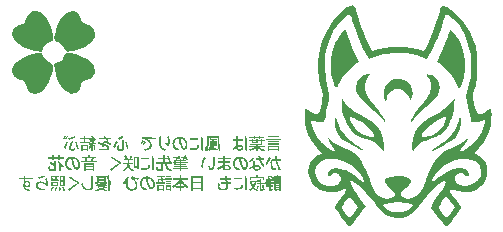
<source format=gbr>
G04 #@! TF.GenerationSoftware,KiCad,Pcbnew,9.0.4*
G04 #@! TF.CreationDate,2025-09-25T11:49:33+08:00*
G04 #@! TF.ProjectId,boost-convertor,626f6f73-742d-4636-9f6e-766572746f72,rev?*
G04 #@! TF.SameCoordinates,Original*
G04 #@! TF.FileFunction,Legend,Bot*
G04 #@! TF.FilePolarity,Positive*
%FSLAX46Y46*%
G04 Gerber Fmt 4.6, Leading zero omitted, Abs format (unit mm)*
G04 Created by KiCad (PCBNEW 9.0.4) date 2025-09-25 11:49:33*
%MOMM*%
%LPD*%
G01*
G04 APERTURE LIST*
%ADD10C,0.200000*%
%ADD11C,0.000000*%
G04 APERTURE END LIST*
D10*
G36*
X115552590Y-84277868D02*
G01*
X115398900Y-84277868D01*
X115398900Y-84207526D01*
X114700732Y-84207526D01*
X114700732Y-84277868D01*
X114547042Y-84277868D01*
X114547042Y-84090045D01*
X114700732Y-84090045D01*
X115398900Y-84090045D01*
X115398900Y-83933974D01*
X114700732Y-83933974D01*
X114700732Y-84090045D01*
X114547042Y-84090045D01*
X114547042Y-83817836D01*
X115552590Y-83817836D01*
X115552590Y-84277868D01*
G37*
G36*
X115484263Y-83719040D02*
G01*
X114616713Y-83719040D01*
X114616713Y-83611085D01*
X115484263Y-83611085D01*
X115484263Y-83719040D01*
G37*
G36*
X115484263Y-83523646D02*
G01*
X114616713Y-83523646D01*
X114616713Y-83411599D01*
X115484263Y-83411599D01*
X115484263Y-83523646D01*
G37*
G36*
X115715134Y-83320436D02*
G01*
X114385842Y-83320436D01*
X114385842Y-83200207D01*
X115715134Y-83200207D01*
X115715134Y-83320436D01*
G37*
G36*
X115484263Y-83109410D02*
G01*
X114616713Y-83109410D01*
X114616713Y-82994616D01*
X115484263Y-82994616D01*
X115484263Y-83109410D01*
G37*
G36*
X113349886Y-83315429D02*
G01*
X113597915Y-83315429D01*
X113597915Y-83214373D01*
X113741346Y-83214373D01*
X113741346Y-83315429D01*
X113955853Y-83315429D01*
X113955853Y-83228722D01*
X114106795Y-83228722D01*
X114106795Y-83315429D01*
X114315134Y-83315429D01*
X114315134Y-83422041D01*
X114106795Y-83422041D01*
X114106795Y-83754211D01*
X113729073Y-83754211D01*
X113729073Y-83837559D01*
X114300113Y-83837559D01*
X114300113Y-83949605D01*
X113871161Y-83949605D01*
X113961879Y-84008726D01*
X114066185Y-84061655D01*
X114185633Y-84108028D01*
X114321973Y-84147259D01*
X114232519Y-84262114D01*
X114104702Y-84217562D01*
X113991806Y-84165691D01*
X113892372Y-84106905D01*
X113805142Y-84041386D01*
X113729073Y-83969084D01*
X113729073Y-84277868D01*
X113576727Y-84277868D01*
X113576727Y-83961939D01*
X113502670Y-84022034D01*
X113415431Y-84080381D01*
X113313518Y-84136842D01*
X113195283Y-84191167D01*
X113058932Y-84243002D01*
X112969417Y-84116484D01*
X113113757Y-84075375D01*
X113233522Y-84033595D01*
X113331782Y-83991563D01*
X113411374Y-83949605D01*
X112998787Y-83949605D01*
X112998787Y-83837559D01*
X113576727Y-83837559D01*
X113576727Y-83754211D01*
X113103995Y-83754211D01*
X113103995Y-83646256D01*
X113955853Y-83646256D01*
X113955853Y-83422041D01*
X113741346Y-83422041D01*
X113741346Y-83582264D01*
X113200287Y-83582264D01*
X113200287Y-83488658D01*
X113349886Y-83488658D01*
X113597915Y-83488658D01*
X113597915Y-83422041D01*
X113349886Y-83422041D01*
X113349886Y-83488658D01*
X113200287Y-83488658D01*
X113200287Y-83422041D01*
X112986514Y-83422041D01*
X112986514Y-83315429D01*
X113200287Y-83315429D01*
X113200287Y-83214373D01*
X113349886Y-83214373D01*
X113349886Y-83315429D01*
G37*
G36*
X113517254Y-83040594D02*
G01*
X113793248Y-83040594D01*
X113793248Y-82949187D01*
X113941503Y-82949187D01*
X113941503Y-83040594D01*
X114288511Y-83040594D01*
X114288511Y-83148489D01*
X113941503Y-83148489D01*
X113941503Y-83223654D01*
X113793248Y-83223654D01*
X113793248Y-83148489D01*
X113517254Y-83148489D01*
X113517254Y-83223654D01*
X113366311Y-83223654D01*
X113366311Y-83148489D01*
X113013808Y-83148489D01*
X113013808Y-83040594D01*
X113366311Y-83040594D01*
X113366311Y-82949187D01*
X113517254Y-82949187D01*
X113517254Y-83040594D01*
G37*
G36*
X112053079Y-83246980D02*
G01*
X112492288Y-83246980D01*
X112492288Y-83382962D01*
X112053079Y-83382962D01*
X112053079Y-83752440D01*
X112125054Y-83740485D01*
X112188328Y-83736748D01*
X112256571Y-83740918D01*
X112315565Y-83752744D01*
X112366666Y-83771476D01*
X112411017Y-83796770D01*
X112453354Y-83833191D01*
X112482463Y-83874037D01*
X112499939Y-83920203D01*
X112505966Y-83973297D01*
X112500661Y-84028046D01*
X112485589Y-84074168D01*
X112461209Y-84113412D01*
X112426889Y-84146920D01*
X112380975Y-84175102D01*
X112324515Y-84196895D01*
X112260077Y-84210551D01*
X112186252Y-84215341D01*
X112117798Y-84211291D01*
X112064604Y-84200357D01*
X112023709Y-84183956D01*
X111986589Y-84158444D01*
X111956237Y-84124874D01*
X111932175Y-84082024D01*
X111914693Y-84027958D01*
X111904823Y-83960169D01*
X111792763Y-84037331D01*
X111659603Y-84145732D01*
X111583094Y-84010666D01*
X111691937Y-83925722D01*
X111754937Y-83884881D01*
X112053079Y-83884881D01*
X112053079Y-83925669D01*
X112059530Y-83984952D01*
X112076588Y-84026296D01*
X112102733Y-84054562D01*
X112139202Y-84072197D01*
X112189672Y-84078688D01*
X112241022Y-84075086D01*
X112281780Y-84065226D01*
X112313991Y-84050111D01*
X112341117Y-84027506D01*
X112356595Y-84001012D01*
X112361863Y-83969206D01*
X112357781Y-83939846D01*
X112346020Y-83915576D01*
X112326146Y-83895125D01*
X112296284Y-83878103D01*
X112251869Y-83864637D01*
X112195167Y-83859724D01*
X112131344Y-83865530D01*
X112053079Y-83884881D01*
X111754937Y-83884881D01*
X111798597Y-83856578D01*
X111903480Y-83801899D01*
X111903480Y-83382962D01*
X111624738Y-83382962D01*
X111624738Y-83246980D01*
X111903480Y-83246980D01*
X111903480Y-82999989D01*
X112053079Y-82999989D01*
X112053079Y-83246980D01*
G37*
G36*
X112795440Y-83234789D02*
G01*
X112812902Y-83480907D01*
X112818841Y-83739007D01*
X112812713Y-83984434D01*
X112794905Y-84212594D01*
X112641887Y-84189391D01*
X112661375Y-83934771D01*
X112667899Y-83676908D01*
X112661927Y-83442351D01*
X112644574Y-83224379D01*
X112616608Y-83021849D01*
X112766939Y-82999989D01*
X112795440Y-83234789D01*
G37*
G36*
X110478323Y-83502580D02*
G01*
X110482523Y-83726470D01*
X110492672Y-83862411D01*
X110507668Y-83952246D01*
X110529902Y-84032738D01*
X110558913Y-84104897D01*
X110594460Y-84169607D01*
X110481071Y-84281775D01*
X110436149Y-84203405D01*
X110399995Y-84119649D01*
X110372556Y-84029910D01*
X110354003Y-83933485D01*
X110340095Y-83772403D01*
X110334159Y-83487376D01*
X110334159Y-83117226D01*
X109560886Y-83117226D01*
X109560886Y-83528408D01*
X109555804Y-83746303D01*
X109542307Y-83911898D01*
X109522788Y-84034608D01*
X109499294Y-84122886D01*
X109473447Y-84184200D01*
X109445449Y-84227893D01*
X109418749Y-84254871D01*
X109392909Y-84269368D01*
X109366896Y-84273960D01*
X109336779Y-84267003D01*
X109308283Y-84244625D01*
X109280129Y-84200870D01*
X109262191Y-84153682D01*
X109242670Y-84078119D01*
X109222060Y-83964504D01*
X109325924Y-83864059D01*
X109352108Y-84027833D01*
X109364564Y-84078176D01*
X109369644Y-84085404D01*
X109374562Y-84078388D01*
X109386680Y-84029228D01*
X109401979Y-83916316D01*
X109413504Y-83731348D01*
X109418126Y-83448663D01*
X109418126Y-82996997D01*
X110478323Y-82996997D01*
X110478323Y-83502580D01*
G37*
G36*
X109870454Y-83196229D02*
G01*
X110062899Y-83223272D01*
X110286348Y-83242705D01*
X110235790Y-83356095D01*
X110013773Y-83337655D01*
X110013773Y-83446953D01*
X110254230Y-83446953D01*
X110254230Y-83832369D01*
X110013773Y-83832369D01*
X110013773Y-84040036D01*
X110322557Y-84067330D01*
X110280914Y-84204656D01*
X110073358Y-84177817D01*
X109883143Y-84146017D01*
X109709141Y-84109706D01*
X109704317Y-84120636D01*
X109657911Y-84234026D01*
X109533592Y-84171195D01*
X109617927Y-84002437D01*
X109697540Y-83868578D01*
X109809525Y-83913640D01*
X109756280Y-84009262D01*
X109795176Y-84014757D01*
X109888110Y-84025015D01*
X109888110Y-83832369D01*
X109641486Y-83832369D01*
X109641486Y-83724413D01*
X109764462Y-83724413D01*
X109888110Y-83724413D01*
X110013773Y-83724413D01*
X110132658Y-83724413D01*
X110132658Y-83554909D01*
X110013773Y-83554909D01*
X110013773Y-83724413D01*
X109888110Y-83724413D01*
X109888110Y-83554909D01*
X109764462Y-83554909D01*
X109764462Y-83724413D01*
X109641486Y-83724413D01*
X109641486Y-83446953D01*
X109888110Y-83446953D01*
X109888110Y-83322634D01*
X109875104Y-83321229D01*
X109743941Y-83300302D01*
X109627808Y-83276167D01*
X109705722Y-83162777D01*
X109870454Y-83196229D01*
G37*
G36*
X109060554Y-84219249D02*
G01*
X109080045Y-83987467D01*
X109086505Y-83758058D01*
X109079848Y-83496512D01*
X109060302Y-83247995D01*
X109028436Y-83011713D01*
X108878166Y-83027405D01*
X108907980Y-83231684D01*
X108926868Y-83460791D01*
X108933487Y-83717147D01*
X108930150Y-83889119D01*
X108920442Y-84049668D01*
X108904788Y-84199466D01*
X109060554Y-84219249D01*
G37*
G36*
X108650715Y-83139757D02*
G01*
X107994190Y-83139757D01*
X107994190Y-83285265D01*
X108650715Y-83285265D01*
X108650715Y-83139757D01*
G37*
G36*
X107947784Y-84135535D02*
G01*
X108090695Y-84150992D01*
X108272260Y-84156723D01*
X108405057Y-84150293D01*
X108508064Y-84132979D01*
X108586746Y-84107259D01*
X108645828Y-84074849D01*
X108689133Y-84036555D01*
X108719354Y-83992166D01*
X108737803Y-83940465D01*
X108744260Y-83879385D01*
X108737497Y-83807975D01*
X108717868Y-83744526D01*
X108685519Y-83687411D01*
X108556437Y-83744808D01*
X108576931Y-83780864D01*
X108589165Y-83819521D01*
X108593318Y-83861617D01*
X108588214Y-83898827D01*
X108573715Y-83928548D01*
X108549517Y-83952616D01*
X108513389Y-83971587D01*
X108453043Y-83989291D01*
X108373639Y-84001299D01*
X108270856Y-84005781D01*
X108108058Y-84000103D01*
X107963476Y-83983921D01*
X107947784Y-84135535D01*
G37*
G36*
X107201940Y-83045424D02*
G01*
X107294019Y-83064009D01*
X107379797Y-83094450D01*
X107462147Y-83137871D01*
X107536179Y-83192404D01*
X107602650Y-83258676D01*
X107661959Y-83337777D01*
X107709116Y-83422238D01*
X107742413Y-83509621D01*
X107762425Y-83600754D01*
X107769181Y-83696631D01*
X107764663Y-83776076D01*
X107751381Y-83850819D01*
X107729553Y-83921517D01*
X107694136Y-83997132D01*
X107651029Y-84057500D01*
X107609899Y-84097293D01*
X107567876Y-84124133D01*
X107524302Y-84139779D01*
X107478166Y-84145000D01*
X107430950Y-84138900D01*
X107385048Y-84120272D01*
X107339226Y-84087462D01*
X107292712Y-84037427D01*
X107245219Y-83965969D01*
X107180246Y-83836907D01*
X107126395Y-83698890D01*
X107086007Y-83562476D01*
X107048903Y-83391358D01*
X107016364Y-83179752D01*
X106943052Y-83198970D01*
X106880164Y-83225124D01*
X106826327Y-83257801D01*
X106780450Y-83296967D01*
X106741774Y-83342967D01*
X106707021Y-83401020D01*
X106681944Y-83464563D01*
X106666505Y-83534544D01*
X106661174Y-83612123D01*
X106667653Y-83699147D01*
X106686193Y-83775238D01*
X106716027Y-83842205D01*
X106757185Y-83901467D01*
X106810496Y-83953960D01*
X106877527Y-84000077D01*
X106960493Y-84039637D01*
X107062159Y-84071910D01*
X106981559Y-84207526D01*
X106874257Y-84172421D01*
X106783901Y-84129506D01*
X106708287Y-84079368D01*
X106645623Y-84022146D01*
X106594593Y-83957524D01*
X106554420Y-83884743D01*
X106524904Y-83802641D01*
X106506434Y-83709717D01*
X106499973Y-83604185D01*
X106506090Y-83509315D01*
X106523677Y-83424868D01*
X106551990Y-83349338D01*
X106590836Y-83281476D01*
X106640585Y-83220338D01*
X106692166Y-83174256D01*
X107164619Y-83174256D01*
X107192156Y-83353663D01*
X107227107Y-83511080D01*
X107268566Y-83648688D01*
X107315786Y-83768516D01*
X107368196Y-83872424D01*
X107404323Y-83928277D01*
X107433807Y-83960555D01*
X107458070Y-83976445D01*
X107478838Y-83981051D01*
X107500714Y-83976275D01*
X107524619Y-83960259D01*
X107551927Y-83928417D01*
X107576740Y-83884963D01*
X107595550Y-83832309D01*
X107607701Y-83768695D01*
X107612072Y-83692051D01*
X107606319Y-83610769D01*
X107589376Y-83534561D01*
X107561345Y-83462499D01*
X107521836Y-83393817D01*
X107469984Y-83327946D01*
X107417256Y-83276949D01*
X107366852Y-83239164D01*
X107310621Y-83210169D01*
X107243824Y-83188286D01*
X107164619Y-83174256D01*
X106692166Y-83174256D01*
X106702145Y-83165341D01*
X106769613Y-83120576D01*
X106842557Y-83085576D01*
X106921716Y-83060150D01*
X107007998Y-83044470D01*
X107102459Y-83039068D01*
X107201940Y-83045424D01*
G37*
G36*
X105867751Y-83577318D02*
G01*
X105917077Y-83660554D01*
X105963706Y-83723352D01*
X106007824Y-83769232D01*
X106051167Y-83802138D01*
X106088148Y-83819348D01*
X106120542Y-83824553D01*
X106149915Y-83819662D01*
X106176772Y-83804782D01*
X106202203Y-83778016D01*
X106226421Y-83735648D01*
X106247355Y-83671631D01*
X106262270Y-83577552D01*
X106268065Y-83444206D01*
X106263211Y-83311478D01*
X106248066Y-83167470D01*
X106221659Y-83011163D01*
X106072060Y-83033756D01*
X106098428Y-83189389D01*
X106112764Y-83318719D01*
X106117123Y-83425216D01*
X106113175Y-83552001D01*
X106104587Y-83612604D01*
X106095162Y-83635625D01*
X106086348Y-83640821D01*
X106073988Y-83635239D01*
X106046781Y-83608032D01*
X106004812Y-83551846D01*
X105954518Y-83463196D01*
X105867751Y-83577318D01*
G37*
G36*
X105971615Y-84110439D02*
G01*
X105867038Y-84074965D01*
X105781144Y-84033526D01*
X105711299Y-83986777D01*
X105655321Y-83934951D01*
X105611408Y-83876995D01*
X105575699Y-83807120D01*
X105548588Y-83723293D01*
X105531102Y-83623022D01*
X105524834Y-83503435D01*
X105529167Y-83357724D01*
X105542901Y-83194183D01*
X105567210Y-83011102D01*
X105410772Y-82996081D01*
X105385178Y-83180749D01*
X105370444Y-83351799D01*
X105365710Y-83510212D01*
X105372443Y-83645162D01*
X105391329Y-83759842D01*
X105420759Y-83857073D01*
X105459653Y-83939333D01*
X105507516Y-84008690D01*
X105564462Y-84066720D01*
X105626160Y-84113702D01*
X105699963Y-84158218D01*
X105787439Y-84200040D01*
X105890343Y-84238789D01*
X105971615Y-84110439D01*
G37*
G36*
X105091425Y-83114173D02*
G01*
X104471725Y-83101119D01*
X103903489Y-83082055D01*
X103895307Y-83217976D01*
X104022675Y-83228552D01*
X104126973Y-83245394D01*
X104211483Y-83267243D01*
X104279195Y-83293080D01*
X104362075Y-83339137D01*
X104431736Y-83394589D01*
X104489610Y-83459776D01*
X104529388Y-83522515D01*
X104557346Y-83587755D01*
X104574125Y-83656233D01*
X104579797Y-83728871D01*
X104572793Y-83800950D01*
X104553085Y-83860256D01*
X104521493Y-83909423D01*
X104477276Y-83950155D01*
X104418131Y-83985256D01*
X104340914Y-84016885D01*
X104241835Y-84044099D01*
X104116591Y-84065560D01*
X104148709Y-84219249D01*
X104282797Y-84195959D01*
X104390663Y-84166828D01*
X104476319Y-84133123D01*
X104543344Y-84095773D01*
X104594818Y-84055301D01*
X104645209Y-84000282D01*
X104683647Y-83941295D01*
X104711052Y-83877723D01*
X104727757Y-83808660D01*
X104733487Y-83732962D01*
X104725865Y-83648253D01*
X104703000Y-83566372D01*
X104664178Y-83486100D01*
X104607763Y-83406470D01*
X104559423Y-83355083D01*
X104502180Y-83308140D01*
X104435104Y-83265585D01*
X104357048Y-83227562D01*
X105084586Y-83259619D01*
X105091425Y-83114173D01*
G37*
G36*
X104098150Y-83703469D02*
G01*
X104128646Y-83633893D01*
X104173105Y-83553412D01*
X104234132Y-83460448D01*
X104127520Y-83420881D01*
X104073621Y-83500904D01*
X104028014Y-83580934D01*
X103990256Y-83661154D01*
X104098150Y-83703469D01*
G37*
G36*
X103913747Y-83631723D02*
G01*
X103949760Y-83549882D01*
X103994663Y-83468509D01*
X104048996Y-83387358D01*
X103947208Y-83351210D01*
X103897907Y-83418335D01*
X103852531Y-83496195D01*
X103811287Y-83585989D01*
X103913747Y-83631723D01*
G37*
G36*
X102824668Y-84001140D02*
G01*
X102775704Y-83899422D01*
X102730553Y-83776044D01*
X102690060Y-83627764D01*
X102655286Y-83451045D01*
X102501596Y-83481697D01*
X102537276Y-83679336D01*
X102579112Y-83843624D01*
X102625848Y-83978882D01*
X102676474Y-84089068D01*
X102824668Y-84001140D01*
G37*
G36*
X102409333Y-83286425D02*
G01*
X102252896Y-83286425D01*
X102252896Y-84013902D01*
X102249170Y-84043623D01*
X102240000Y-84060322D01*
X102226273Y-84068551D01*
X102190387Y-84073583D01*
X102101953Y-84076062D01*
X102020403Y-84071615D01*
X101986488Y-84062445D01*
X101970706Y-84050021D01*
X101958877Y-84028888D01*
X101951683Y-83995462D01*
X101942096Y-83776193D01*
X101780225Y-83828094D01*
X101794090Y-84020678D01*
X101804771Y-84095174D01*
X101821397Y-84140078D01*
X101844805Y-84173375D01*
X101875047Y-84197286D01*
X101913398Y-84212716D01*
X101985096Y-84222513D01*
X102139506Y-84227065D01*
X102252707Y-84224493D01*
X102306873Y-84218883D01*
X102351399Y-84205126D01*
X102380931Y-84183319D01*
X102399075Y-84153304D01*
X102406407Y-84122440D01*
X102409333Y-84075390D01*
X102409333Y-83286425D01*
G37*
G36*
X101989235Y-83311032D02*
G01*
X102103376Y-83228552D01*
X102239095Y-83149190D01*
X102399075Y-83073323D01*
X102301439Y-82953094D01*
X102159405Y-83015749D01*
X102021999Y-83091625D01*
X101888790Y-83181217D01*
X101989235Y-83311032D01*
G37*
G36*
X101617620Y-84022145D02*
G01*
X101706884Y-83791263D01*
X101789697Y-83610535D01*
X101866259Y-83472110D01*
X101726247Y-83405310D01*
X101627623Y-83572268D01*
X101541356Y-83747467D01*
X101467349Y-83931470D01*
X101617620Y-84022145D01*
G37*
G36*
X101284656Y-83138963D02*
G01*
X100916460Y-83138963D01*
X100824197Y-82984357D01*
X100671912Y-83005973D01*
X100744269Y-83124797D01*
X100753183Y-83138963D01*
X100271598Y-83138963D01*
X100271598Y-83273541D01*
X100844042Y-83273541D01*
X100934098Y-83393487D01*
X101014829Y-83489330D01*
X100926175Y-83444336D01*
X100848360Y-83419776D01*
X100779134Y-83412149D01*
X100716198Y-83419104D01*
X100665105Y-83438689D01*
X100623206Y-83470426D01*
X100589051Y-83515763D01*
X100562613Y-83577868D01*
X100206018Y-83463318D01*
X100147278Y-83595575D01*
X100171153Y-83602414D01*
X100238808Y-83620122D01*
X100544844Y-83708782D01*
X100533243Y-83937943D01*
X100682841Y-83946125D01*
X100685528Y-83770148D01*
X100685528Y-83756531D01*
X100806665Y-83802851D01*
X100890128Y-83844378D01*
X100944598Y-83881357D01*
X100977458Y-83914277D01*
X100994565Y-83944026D01*
X100999808Y-83972015D01*
X100995327Y-83996408D01*
X100981979Y-84016764D01*
X100957933Y-84034196D01*
X100919146Y-84048401D01*
X100825989Y-84062051D01*
X100640465Y-84068185D01*
X100453261Y-84063026D01*
X100251753Y-84046997D01*
X100235389Y-84192505D01*
X100434602Y-84203705D01*
X100644556Y-84207526D01*
X100820947Y-84201823D01*
X100939726Y-84187450D01*
X101015500Y-84167958D01*
X101067053Y-84143597D01*
X101104422Y-84114193D01*
X101130255Y-84079763D01*
X101145938Y-84039383D01*
X101151421Y-83991310D01*
X101145641Y-83940019D01*
X101128370Y-83891901D01*
X101098827Y-83845819D01*
X101055129Y-83801045D01*
X101005027Y-83764013D01*
X100933439Y-83722594D01*
X100835063Y-83676392D01*
X100703968Y-83625068D01*
X100721234Y-83577677D01*
X100740177Y-83551428D01*
X100768777Y-83533807D01*
X100807161Y-83527554D01*
X100851309Y-83532254D01*
X100907026Y-83548197D01*
X100977215Y-83578784D01*
X101058789Y-83624773D01*
X101148854Y-83686997D01*
X101248447Y-83768011D01*
X101339305Y-83664207D01*
X101234152Y-83560643D01*
X101144543Y-83461207D01*
X101069105Y-83365611D01*
X101006585Y-83273541D01*
X101284656Y-83273541D01*
X101284656Y-83138963D01*
G37*
G36*
X99360022Y-84277868D02*
G01*
X99221353Y-84277868D01*
X99221353Y-84199710D01*
X98894129Y-84199710D01*
X98894129Y-84277868D01*
X98752712Y-84277868D01*
X98752712Y-84074047D01*
X98894129Y-84074047D01*
X99221353Y-84074047D01*
X99221353Y-83828461D01*
X98894129Y-83828461D01*
X98894129Y-84074047D01*
X98752712Y-84074047D01*
X98752712Y-83705484D01*
X99360022Y-83705484D01*
X99360022Y-84277868D01*
G37*
G36*
X99816362Y-83064318D02*
G01*
X99883251Y-83169371D01*
X99920865Y-83131147D01*
X100003480Y-83230127D01*
X99909286Y-83332097D01*
X99810162Y-83460814D01*
X99898333Y-83562541D01*
X99944068Y-83564556D01*
X100007632Y-83567304D01*
X99979605Y-83692906D01*
X99764427Y-83673794D01*
X99764427Y-84277868D01*
X99628445Y-84277868D01*
X99628445Y-83657918D01*
X99525985Y-83642226D01*
X99502782Y-83736992D01*
X99387988Y-83686556D01*
X99423363Y-83562556D01*
X99457860Y-83465288D01*
X99491181Y-83390533D01*
X99600479Y-83432116D01*
X99557431Y-83540560D01*
X99747330Y-83555580D01*
X99639317Y-83439059D01*
X99542757Y-83324491D01*
X99456987Y-83211748D01*
X99441294Y-83189216D01*
X99441294Y-83265725D01*
X99135929Y-83265725D01*
X99135929Y-83450129D01*
X99407161Y-83450129D01*
X99407161Y-83574448D01*
X98702154Y-83574448D01*
X98702154Y-83450129D01*
X98991826Y-83450129D01*
X98991826Y-83265725D01*
X98676875Y-83265725D01*
X98676875Y-83138658D01*
X98991826Y-83138658D01*
X98991826Y-82949614D01*
X99135929Y-82949614D01*
X99135929Y-83138658D01*
X99441294Y-83138658D01*
X99441294Y-83171448D01*
X99540334Y-83099640D01*
X99637906Y-83241118D01*
X99729562Y-83361407D01*
X99806742Y-83258215D01*
X99703188Y-83122424D01*
X99628445Y-83007133D01*
X99751421Y-82941371D01*
X99816362Y-83064318D01*
G37*
G36*
X99955720Y-83915085D02*
G01*
X99976403Y-84030832D01*
X100000793Y-84114591D01*
X99871650Y-84174431D01*
X99844936Y-84064216D01*
X99824895Y-83931999D01*
X99812909Y-83774544D01*
X99940648Y-83759584D01*
X99955720Y-83915085D01*
G37*
G36*
X99599075Y-83774483D02*
G01*
X99561364Y-83928024D01*
X99533496Y-84089068D01*
X99407161Y-84040158D01*
X99437942Y-83895837D01*
X99482998Y-83743892D01*
X99599075Y-83774483D01*
G37*
G36*
X97735929Y-83300713D02*
G01*
X97846958Y-83248329D01*
X97971576Y-83200103D01*
X98111048Y-83156426D01*
X98266730Y-83117775D01*
X98205242Y-82991502D01*
X98050250Y-83025824D01*
X97909768Y-83067279D01*
X97782606Y-83115359D01*
X97667663Y-83169677D01*
X97735929Y-83300713D01*
G37*
G36*
X98196388Y-83948323D02*
G01*
X98149895Y-84008390D01*
X98104863Y-84046677D01*
X98060502Y-84067878D01*
X98015343Y-84074719D01*
X97972761Y-84069208D01*
X97941947Y-84054216D01*
X97919816Y-84030146D01*
X97905353Y-83994875D01*
X97899877Y-83944232D01*
X97905434Y-83880459D01*
X97924082Y-83801003D01*
X97959351Y-83702431D01*
X98004823Y-83605812D01*
X98057420Y-83518377D01*
X98117131Y-83439382D01*
X97993483Y-83375207D01*
X97912758Y-83481509D01*
X97846251Y-83593119D01*
X97793326Y-83710614D01*
X97763730Y-83801204D01*
X97747257Y-83881303D01*
X97742096Y-83952414D01*
X97746245Y-84012217D01*
X97757947Y-84062984D01*
X97776446Y-84106197D01*
X97801509Y-84143046D01*
X97839816Y-84178871D01*
X97885910Y-84204868D01*
X97941390Y-84221234D01*
X98008504Y-84227065D01*
X98069155Y-84220795D01*
X98124178Y-84202381D01*
X98174947Y-84171532D01*
X98222353Y-84126822D01*
X98266730Y-84065804D01*
X98196388Y-83948323D01*
G37*
G36*
X98596702Y-84020069D02*
G01*
X98535936Y-83906796D01*
X98483564Y-83779790D01*
X98440045Y-83637594D01*
X98406071Y-83478583D01*
X98263982Y-83524989D01*
X98296153Y-83676529D01*
X98333164Y-83807500D01*
X98374313Y-83920076D01*
X98419028Y-84016271D01*
X98466887Y-84097922D01*
X98596702Y-84020069D01*
G37*
G36*
X97446990Y-84074719D02*
G01*
X97490120Y-83917609D01*
X97540715Y-83770025D01*
X97598559Y-83631376D01*
X97663511Y-83501114D01*
X97536505Y-83445122D01*
X97464311Y-83576202D01*
X97401740Y-83714457D01*
X97348788Y-83860406D01*
X97305573Y-84014635D01*
X97446990Y-84074719D01*
G37*
G36*
X97515317Y-83260413D02*
G01*
X97547839Y-83187601D01*
X97592540Y-83106712D01*
X97651238Y-83016781D01*
X97547435Y-82979228D01*
X97472904Y-83094344D01*
X97410109Y-83218098D01*
X97515317Y-83260413D01*
G37*
G36*
X97343126Y-83200573D02*
G01*
X97378582Y-83119938D01*
X97423218Y-83038287D01*
X97477704Y-82955354D01*
X97377991Y-82921831D01*
X97329531Y-82988096D01*
X97284825Y-83065116D01*
X97244085Y-83154106D01*
X97343126Y-83200573D01*
G37*
G36*
X115657798Y-84930765D02*
G01*
X115355853Y-84930765D01*
X115310057Y-84668571D01*
X115306638Y-84648726D01*
X115157039Y-84671318D01*
X115204849Y-84930765D01*
X115096955Y-84930765D01*
X115013850Y-84936384D01*
X114949476Y-84951589D01*
X114900060Y-84974570D01*
X114862604Y-85004527D01*
X114836611Y-85039119D01*
X114816817Y-85083421D01*
X114803848Y-85139687D01*
X114799101Y-85210729D01*
X114804843Y-85366702D01*
X114821645Y-85513222D01*
X114848988Y-85651099D01*
X114871666Y-85728005D01*
X114895083Y-85783644D01*
X114918658Y-85822496D01*
X114947147Y-85852672D01*
X114979999Y-85873893D01*
X115018078Y-85886890D01*
X115062761Y-85891434D01*
X115134573Y-85884305D01*
X115214334Y-85861552D01*
X115303951Y-85820359D01*
X115286854Y-85676256D01*
X115197660Y-85714171D01*
X115132593Y-85733099D01*
X115086025Y-85738415D01*
X115062929Y-85734092D01*
X115043931Y-85721248D01*
X115027957Y-85698115D01*
X115008040Y-85648688D01*
X114986252Y-85571842D01*
X114964857Y-85460159D01*
X114951794Y-85343129D01*
X114947356Y-85220254D01*
X114952937Y-85156630D01*
X114966765Y-85117384D01*
X114986252Y-85094652D01*
X115010170Y-85082773D01*
X115048013Y-85074189D01*
X115105137Y-85070778D01*
X115235624Y-85070778D01*
X115285276Y-85267051D01*
X115341672Y-85446478D01*
X115404345Y-85610263D01*
X115472915Y-85759535D01*
X115547095Y-85895341D01*
X115684420Y-85820237D01*
X115605140Y-85677392D01*
X115535742Y-85531293D01*
X115476028Y-85381686D01*
X115425872Y-85228285D01*
X115385223Y-85070778D01*
X115657798Y-85070778D01*
X115657798Y-84930765D01*
G37*
G36*
X114537456Y-85478846D02*
G01*
X114595139Y-85300085D01*
X114660690Y-85135964D01*
X114733762Y-84985435D01*
X114814122Y-84847540D01*
X114682964Y-84780556D01*
X114589963Y-84940475D01*
X114510870Y-85099482D01*
X114445043Y-85257884D01*
X114391948Y-85416015D01*
X114537456Y-85478846D01*
G37*
G36*
X113500889Y-85447217D02*
G01*
X113569825Y-85435822D01*
X113632719Y-85432196D01*
X113720106Y-85438896D01*
X113792021Y-85457582D01*
X113851317Y-85486906D01*
X113901011Y-85526632D01*
X113934616Y-85570400D01*
X113954496Y-85619057D01*
X113961287Y-85674302D01*
X113955577Y-85728070D01*
X113939203Y-85773924D01*
X113912332Y-85813568D01*
X113873848Y-85848019D01*
X113828030Y-85874651D01*
X113775626Y-85894286D01*
X113715525Y-85906632D01*
X113646397Y-85910973D01*
X113574878Y-85905882D01*
X113515346Y-85891641D01*
X113465728Y-85869293D01*
X113424380Y-85839166D01*
X113393798Y-85804568D01*
X113370394Y-85762957D01*
X113354170Y-85713046D01*
X113345795Y-85653114D01*
X113217565Y-85730382D01*
X113097156Y-85813154D01*
X113018632Y-85685293D01*
X113132255Y-85611446D01*
X113174788Y-85587351D01*
X113500889Y-85587351D01*
X113500889Y-85615439D01*
X113506414Y-85667124D01*
X113522077Y-85709961D01*
X113544909Y-85743214D01*
X113573045Y-85766227D01*
X113607396Y-85780320D01*
X113649816Y-85785310D01*
X113702841Y-85781276D01*
X113744766Y-85770228D01*
X113781636Y-85751038D01*
X113805541Y-85728639D01*
X113819323Y-85702816D01*
X113824023Y-85672287D01*
X113818102Y-85638808D01*
X113800384Y-85610050D01*
X113768640Y-85584603D01*
X113738895Y-85571195D01*
X113701469Y-85562452D01*
X113654579Y-85559263D01*
X113581606Y-85565985D01*
X113500889Y-85587351D01*
X113174788Y-85587351D01*
X113241186Y-85549737D01*
X113345795Y-85499241D01*
X113345795Y-85124084D01*
X113500889Y-85124084D01*
X113500889Y-85447217D01*
G37*
G36*
X113972889Y-84863110D02*
G01*
X114233862Y-84863110D01*
X114233862Y-85000436D01*
X114018684Y-85000436D01*
X114076530Y-85144358D01*
X114139727Y-85278736D01*
X114208137Y-85404111D01*
X114281673Y-85520978D01*
X114154605Y-85593396D01*
X114078410Y-85471427D01*
X114005003Y-85332987D01*
X113934660Y-85176541D01*
X113867742Y-85000436D01*
X113573979Y-85000436D01*
X113573979Y-84863110D01*
X113823290Y-84863110D01*
X113767297Y-84671257D01*
X113916896Y-84652634D01*
X113972889Y-84863110D01*
G37*
G36*
X113441477Y-84886618D02*
G01*
X113314134Y-84983728D01*
X113198197Y-85086543D01*
X113093065Y-85195158D01*
X112994696Y-85083417D01*
X113106048Y-84975520D01*
X113224802Y-84877105D01*
X113351290Y-84787883D01*
X113441477Y-84886618D01*
G37*
G36*
X112321270Y-84725424D02*
G01*
X112413349Y-84744009D01*
X112499127Y-84774450D01*
X112581477Y-84817871D01*
X112655509Y-84872404D01*
X112721980Y-84938676D01*
X112781289Y-85017777D01*
X112828446Y-85102238D01*
X112861743Y-85189621D01*
X112881755Y-85280754D01*
X112888511Y-85376631D01*
X112883993Y-85456076D01*
X112870711Y-85530819D01*
X112848883Y-85601517D01*
X112813466Y-85677132D01*
X112770359Y-85737500D01*
X112729229Y-85777293D01*
X112687206Y-85804133D01*
X112643632Y-85819779D01*
X112597496Y-85825000D01*
X112550280Y-85818900D01*
X112504378Y-85800272D01*
X112458556Y-85767462D01*
X112412042Y-85717427D01*
X112364549Y-85645969D01*
X112299576Y-85516907D01*
X112245725Y-85378890D01*
X112205337Y-85242476D01*
X112168233Y-85071358D01*
X112135694Y-84859752D01*
X112062382Y-84878970D01*
X111999494Y-84905124D01*
X111945657Y-84937801D01*
X111899780Y-84976967D01*
X111861104Y-85022967D01*
X111826351Y-85081020D01*
X111801274Y-85144563D01*
X111785835Y-85214544D01*
X111780504Y-85292123D01*
X111786983Y-85379147D01*
X111805523Y-85455238D01*
X111835357Y-85522205D01*
X111876515Y-85581467D01*
X111929826Y-85633960D01*
X111996857Y-85680077D01*
X112079823Y-85719637D01*
X112181489Y-85751910D01*
X112100889Y-85887526D01*
X111993587Y-85852421D01*
X111903231Y-85809506D01*
X111827617Y-85759368D01*
X111764953Y-85702146D01*
X111713923Y-85637524D01*
X111673750Y-85564743D01*
X111644234Y-85482641D01*
X111625764Y-85389717D01*
X111619303Y-85284185D01*
X111625420Y-85189315D01*
X111643007Y-85104868D01*
X111671320Y-85029338D01*
X111710166Y-84961476D01*
X111759915Y-84900338D01*
X111811496Y-84854256D01*
X112283949Y-84854256D01*
X112311486Y-85033663D01*
X112346437Y-85191080D01*
X112387896Y-85328688D01*
X112435116Y-85448516D01*
X112487526Y-85552424D01*
X112523653Y-85608277D01*
X112553137Y-85640555D01*
X112577400Y-85656445D01*
X112598168Y-85661051D01*
X112620044Y-85656275D01*
X112643949Y-85640259D01*
X112671257Y-85608417D01*
X112696071Y-85564963D01*
X112714880Y-85512309D01*
X112727031Y-85448695D01*
X112731402Y-85372051D01*
X112725649Y-85290769D01*
X112708706Y-85214561D01*
X112680675Y-85142499D01*
X112641166Y-85073817D01*
X112589314Y-85007946D01*
X112536586Y-84956949D01*
X112486182Y-84919164D01*
X112429952Y-84890169D01*
X112363154Y-84868286D01*
X112283949Y-84854256D01*
X111811496Y-84854256D01*
X111821475Y-84845341D01*
X111888943Y-84800576D01*
X111961887Y-84765576D01*
X112041046Y-84740150D01*
X112127328Y-84724470D01*
X112221789Y-84719068D01*
X112321270Y-84725424D01*
G37*
G36*
X110913319Y-84831603D02*
G01*
X111427023Y-84831603D01*
X111427023Y-84961357D01*
X110913319Y-84961357D01*
X110913319Y-85126038D01*
X111397653Y-85126038D01*
X111397653Y-85254448D01*
X110913319Y-85254448D01*
X110913319Y-85429754D01*
X110983773Y-85422447D01*
X111045150Y-85420167D01*
X111146853Y-85425563D01*
X111228613Y-85440325D01*
X111293850Y-85462726D01*
X111348048Y-85493296D01*
X111387451Y-85528008D01*
X111414618Y-85566972D01*
X111430965Y-85611055D01*
X111436610Y-85661784D01*
X111430045Y-85714934D01*
X111410877Y-85761404D01*
X111378534Y-85802886D01*
X111330730Y-85840204D01*
X111282712Y-85864693D01*
X111225864Y-85883172D01*
X111158662Y-85895022D01*
X111079344Y-85899249D01*
X110995354Y-85893680D01*
X110929245Y-85878503D01*
X110877587Y-85855418D01*
X110837619Y-85825214D01*
X110807440Y-85787691D01*
X110786244Y-85742969D01*
X110770718Y-85683710D01*
X110762377Y-85606280D01*
X110618366Y-85679288D01*
X110485604Y-85758271D01*
X110363407Y-85843135D01*
X110282807Y-85713075D01*
X110404126Y-85634122D01*
X110524319Y-85567037D01*
X110545877Y-85556943D01*
X110913319Y-85556943D01*
X110913319Y-85583871D01*
X110917461Y-85641741D01*
X110928451Y-85684513D01*
X110944766Y-85715640D01*
X110966726Y-85738866D01*
X110996659Y-85756366D01*
X111036655Y-85767898D01*
X111089602Y-85772182D01*
X111148171Y-85768180D01*
X111194774Y-85757220D01*
X111231690Y-85740430D01*
X111261951Y-85716456D01*
X111278705Y-85689749D01*
X111284263Y-85659036D01*
X111277181Y-85623118D01*
X111255810Y-85592847D01*
X111216608Y-85566652D01*
X111177862Y-85552454D01*
X111129374Y-85543128D01*
X111069085Y-85539724D01*
X110994003Y-85543910D01*
X110913319Y-85556943D01*
X110545877Y-85556943D01*
X110643642Y-85511168D01*
X110762377Y-85465963D01*
X110762377Y-85254448D01*
X110356568Y-85254448D01*
X110356568Y-85126038D01*
X110762377Y-85126038D01*
X110762377Y-84961357D01*
X110332693Y-84961357D01*
X110332693Y-84831603D01*
X110762377Y-84831603D01*
X110762377Y-84660450D01*
X110913319Y-84660450D01*
X110913319Y-84831603D01*
G37*
G36*
X109501657Y-85519818D02*
G01*
X109555789Y-85658826D01*
X109606929Y-85756429D01*
X109654854Y-85821748D01*
X109699815Y-85862457D01*
X109742711Y-85884465D01*
X109785162Y-85891434D01*
X109825535Y-85886050D01*
X109864051Y-85869700D01*
X109901829Y-85840969D01*
X109939490Y-85797107D01*
X109977137Y-85734263D01*
X110013468Y-85651530D01*
X110041762Y-85562489D01*
X110061828Y-85466451D01*
X110076454Y-85347184D01*
X110086257Y-85196760D01*
X110089855Y-85009961D01*
X110087706Y-84886966D01*
X110080940Y-84750331D01*
X109920411Y-84762604D01*
X109927159Y-84899759D01*
X109929326Y-85026386D01*
X109924782Y-85218180D01*
X109912536Y-85368946D01*
X109894494Y-85485268D01*
X109872307Y-85573131D01*
X109847322Y-85637909D01*
X109821261Y-85683325D01*
X109800981Y-85703591D01*
X109784490Y-85708984D01*
X109766276Y-85700896D01*
X109736680Y-85665265D01*
X109700899Y-85604251D01*
X109663078Y-85523977D01*
X109623290Y-85420717D01*
X109501657Y-85519818D01*
G37*
G36*
X109069286Y-85682362D02*
G01*
X109096308Y-85489589D01*
X109125020Y-85336204D01*
X109154649Y-85216346D01*
X109198868Y-85073812D01*
X109246532Y-84942629D01*
X109297409Y-84822077D01*
X109151901Y-84786540D01*
X109081563Y-84937599D01*
X109026187Y-85080868D01*
X108984595Y-85217018D01*
X108958111Y-85330143D01*
X108933047Y-85471273D01*
X108910101Y-85644809D01*
X109069286Y-85682362D01*
G37*
G36*
X107127538Y-84724307D02*
G01*
X107172740Y-84813278D01*
X107224703Y-84889855D01*
X107127006Y-84952869D01*
X107255416Y-84952869D01*
X107255416Y-85021379D01*
X107681010Y-85021379D01*
X107681010Y-85117672D01*
X107255416Y-85117672D01*
X107255416Y-85184106D01*
X107836104Y-85184106D01*
X107836104Y-85281803D01*
X107255416Y-85281803D01*
X107255416Y-85348421D01*
X107682353Y-85348421D01*
X107682353Y-85442027D01*
X107255416Y-85442027D01*
X107255416Y-85511025D01*
X107743841Y-85511025D01*
X107743841Y-85610066D01*
X107255416Y-85610066D01*
X107255416Y-85679309D01*
X107825174Y-85679309D01*
X107825174Y-85785921D01*
X107255416Y-85785921D01*
X107255416Y-85957868D01*
X107104474Y-85957868D01*
X107104474Y-85785921D01*
X106525191Y-85785921D01*
X106525191Y-85679309D01*
X107104474Y-85679309D01*
X107104474Y-85610066D01*
X106606463Y-85610066D01*
X106606463Y-85511025D01*
X107104474Y-85511025D01*
X107104474Y-85442027D01*
X106670699Y-85442027D01*
X106670699Y-85348421D01*
X106818893Y-85348421D01*
X107104474Y-85348421D01*
X107104474Y-85281803D01*
X106818893Y-85281803D01*
X106818893Y-85348421D01*
X106670699Y-85348421D01*
X106670699Y-85281803D01*
X106512857Y-85281803D01*
X106512857Y-85184106D01*
X106670699Y-85184106D01*
X106818893Y-85184106D01*
X107104474Y-85184106D01*
X107104474Y-85117672D01*
X106818893Y-85117672D01*
X106818893Y-85184106D01*
X106670699Y-85184106D01*
X106670699Y-85021379D01*
X107104474Y-85021379D01*
X107104474Y-84952747D01*
X107107222Y-84952747D01*
X107070860Y-84904964D01*
X107030713Y-84840212D01*
X106960982Y-84840212D01*
X106924047Y-84903800D01*
X106887892Y-84978881D01*
X106743789Y-84939253D01*
X106770597Y-84894708D01*
X106808696Y-84840212D01*
X106539541Y-84840212D01*
X106539541Y-84729570D01*
X106976064Y-84729570D01*
X106941870Y-84641215D01*
X107089453Y-84621371D01*
X107127538Y-84724307D01*
G37*
G36*
X107663755Y-84700338D02*
G01*
X107705674Y-84771041D01*
X107756349Y-84834323D01*
X107816259Y-84890771D01*
X107710380Y-84981629D01*
X107642196Y-84915336D01*
X107581969Y-84840212D01*
X107534159Y-84840212D01*
X107502794Y-84895930D01*
X107463756Y-84981629D01*
X107325819Y-84935162D01*
X107380469Y-84840212D01*
X107213773Y-84840212D01*
X107213773Y-84729570D01*
X107515718Y-84729570D01*
X107476762Y-84641215D01*
X107630451Y-84621371D01*
X107663755Y-84700338D01*
G37*
G36*
X106084944Y-84835511D02*
G01*
X105839724Y-84835511D01*
X105839724Y-84629187D01*
X105684630Y-84629187D01*
X105684630Y-84835511D01*
X105233086Y-84835511D01*
X105233086Y-84965265D01*
X105684630Y-84965265D01*
X105684630Y-85208103D01*
X105119696Y-85208103D01*
X105119696Y-85336514D01*
X105540526Y-85336514D01*
X105540526Y-85738110D01*
X105537512Y-85761142D01*
X105529829Y-85775143D01*
X105517995Y-85782990D01*
X105488490Y-85788530D01*
X105420969Y-85791172D01*
X105352068Y-85787484D01*
X105320525Y-85779570D01*
X105306062Y-85769402D01*
X105294606Y-85752433D01*
X105286392Y-85726264D01*
X105276133Y-85601945D01*
X105274790Y-85572575D01*
X105129282Y-85621789D01*
X105138816Y-85761748D01*
X105152486Y-85832144D01*
X105167292Y-85865078D01*
X105186806Y-85888883D01*
X105211226Y-85905233D01*
X105249895Y-85917266D01*
X105318958Y-85926637D01*
X105431899Y-85930512D01*
X105540907Y-85927225D01*
X105606211Y-85919346D01*
X105641643Y-85909385D01*
X105664851Y-85894927D01*
X105681772Y-85873619D01*
X105692824Y-85843765D01*
X105696964Y-85802468D01*
X105696964Y-85336514D01*
X105899136Y-85336514D01*
X105907585Y-85472796D01*
X105921667Y-85563660D01*
X105941814Y-85633568D01*
X105969009Y-85694859D01*
X106003025Y-85748587D01*
X106043972Y-85795568D01*
X106108769Y-85850209D01*
X106182531Y-85895463D01*
X106266348Y-85931455D01*
X106361610Y-85957868D01*
X106438790Y-85828297D01*
X106347852Y-85801139D01*
X106274046Y-85769935D01*
X106214858Y-85735340D01*
X106168122Y-85697712D01*
X106132083Y-85657083D01*
X106103072Y-85607059D01*
X106079679Y-85539934D01*
X106063347Y-85451419D01*
X106056245Y-85336514D01*
X106427861Y-85336514D01*
X106427861Y-85208103D01*
X105839724Y-85208103D01*
X105839724Y-84965265D01*
X106138921Y-84965265D01*
X106200957Y-85077102D01*
X106270751Y-85174337D01*
X106386889Y-85080059D01*
X106327421Y-84997838D01*
X106272839Y-84901172D01*
X106223476Y-84788282D01*
X106179893Y-84657152D01*
X106039881Y-84683531D01*
X106084944Y-84835511D01*
G37*
G36*
X104917219Y-85899249D02*
G01*
X104936710Y-85667467D01*
X104943169Y-85438058D01*
X104936513Y-85176512D01*
X104916967Y-84927995D01*
X104885101Y-84691713D01*
X104734830Y-84707405D01*
X104764645Y-84911684D01*
X104783532Y-85140791D01*
X104790151Y-85397147D01*
X104786814Y-85569119D01*
X104777106Y-85729668D01*
X104761453Y-85879466D01*
X104917219Y-85899249D01*
G37*
G36*
X104507379Y-84819757D02*
G01*
X103850854Y-84819757D01*
X103850854Y-84965265D01*
X104507379Y-84965265D01*
X104507379Y-84819757D01*
G37*
G36*
X103804448Y-85815535D02*
G01*
X103947360Y-85830992D01*
X104128925Y-85836723D01*
X104261722Y-85830293D01*
X104364728Y-85812979D01*
X104443410Y-85787259D01*
X104502492Y-85754849D01*
X104545797Y-85716555D01*
X104576018Y-85672166D01*
X104594468Y-85620465D01*
X104600924Y-85559385D01*
X104594161Y-85487975D01*
X104574533Y-85424526D01*
X104542184Y-85367411D01*
X104413101Y-85424808D01*
X104433595Y-85460864D01*
X104445829Y-85499521D01*
X104449982Y-85541617D01*
X104444878Y-85578827D01*
X104430380Y-85608548D01*
X104406182Y-85632616D01*
X104370054Y-85651587D01*
X104309708Y-85669291D01*
X104230303Y-85681299D01*
X104127520Y-85685781D01*
X103964723Y-85680103D01*
X103820141Y-85663921D01*
X103804448Y-85815535D01*
G37*
G36*
X102634009Y-84762950D02*
G01*
X102707065Y-84922827D01*
X102963886Y-84922827D01*
X102828637Y-84859996D01*
X102870482Y-84769253D01*
X102912444Y-84693857D01*
X102954361Y-84631934D01*
X103082772Y-84689270D01*
X103034806Y-84770114D01*
X102996580Y-84847851D01*
X102967306Y-84922827D01*
X103140169Y-84922827D01*
X103140169Y-85051238D01*
X102838224Y-85051238D01*
X102838224Y-85264157D01*
X103177049Y-85264157D01*
X103177049Y-85391224D01*
X102853244Y-85391224D01*
X102884002Y-85490727D01*
X102923544Y-85577087D01*
X102971475Y-85651879D01*
X103027816Y-85716358D01*
X103093000Y-85771410D01*
X103167854Y-85817518D01*
X103253558Y-85854736D01*
X103157205Y-85969591D01*
X103058507Y-85915569D01*
X102973494Y-85853101D01*
X102900817Y-85782092D01*
X102839523Y-85702062D01*
X102789087Y-85612162D01*
X102749441Y-85511209D01*
X102699249Y-85614617D01*
X102638533Y-85709889D01*
X102566982Y-85797691D01*
X102484005Y-85878492D01*
X102388756Y-85952555D01*
X102299241Y-85821275D01*
X102393653Y-85757129D01*
X102476478Y-85682771D01*
X102548565Y-85597665D01*
X102610384Y-85500901D01*
X102662002Y-85391224D01*
X102320429Y-85391224D01*
X102320429Y-85264157D01*
X102694059Y-85264157D01*
X102694059Y-85051238D01*
X102375078Y-85051238D01*
X102375078Y-84922827D01*
X102554047Y-84922827D01*
X102495817Y-84814568D01*
X102431071Y-84676997D01*
X102583417Y-84629187D01*
X102634009Y-84762950D01*
G37*
G36*
X103624502Y-85779876D02*
G01*
X103491268Y-85779876D01*
X103491268Y-85672592D01*
X103210511Y-85672592D01*
X103210511Y-85538014D01*
X103337578Y-85538014D01*
X103491268Y-85538014D01*
X103491268Y-84875383D01*
X103337578Y-84875383D01*
X103337578Y-85538014D01*
X103210511Y-85538014D01*
X103210511Y-84740806D01*
X103624502Y-84740806D01*
X103624502Y-85779876D01*
G37*
G36*
X101281114Y-85922697D02*
G01*
X101491741Y-85767746D01*
X101758434Y-85589737D01*
X102089924Y-85386034D01*
X102134994Y-85354852D01*
X102162720Y-85326063D01*
X102177499Y-85299050D01*
X102182126Y-85272705D01*
X102177998Y-85246106D01*
X102165147Y-85219779D01*
X102141826Y-85192838D01*
X102117752Y-85174829D01*
X102055730Y-85138189D01*
X101800607Y-84988940D01*
X101511985Y-84804309D01*
X101404957Y-84731741D01*
X101311828Y-84664357D01*
X101222374Y-84781777D01*
X101459651Y-84943543D01*
X101700292Y-85095056D01*
X101944417Y-85236496D01*
X101974174Y-85257905D01*
X101980626Y-85270629D01*
X101976697Y-85280900D01*
X101960781Y-85295237D01*
X101897278Y-85333461D01*
X101584845Y-85522702D01*
X101354774Y-85671362D01*
X101191599Y-85786165D01*
X101281114Y-85922697D01*
G37*
G36*
X99889724Y-85957868D02*
G01*
X99738782Y-85957868D01*
X99738782Y-85887526D01*
X99138311Y-85887526D01*
X99138311Y-85957868D01*
X98985964Y-85957868D01*
X98985964Y-85770045D01*
X99138311Y-85770045D01*
X99738782Y-85770045D01*
X99738782Y-85637421D01*
X99138311Y-85637421D01*
X99138311Y-85770045D01*
X98985964Y-85770045D01*
X98985964Y-85528122D01*
X99138311Y-85528122D01*
X99738782Y-85528122D01*
X99738782Y-85410764D01*
X99138311Y-85410764D01*
X99138311Y-85528122D01*
X98985964Y-85528122D01*
X98985964Y-85294626D01*
X99889724Y-85294626D01*
X99889724Y-85957868D01*
G37*
G36*
X99517437Y-84757719D02*
G01*
X100003114Y-84757719D01*
X100003114Y-84879291D01*
X99819382Y-84879291D01*
X99775863Y-84980914D01*
X99743545Y-85075418D01*
X100102154Y-85075418D01*
X100102154Y-85199738D01*
X98772862Y-85199738D01*
X98772862Y-85075418D01*
X99141058Y-85075418D01*
X99102378Y-84983233D01*
X99065893Y-84879291D01*
X99225078Y-84879291D01*
X99256908Y-84980546D01*
X99294077Y-85075418D01*
X99587107Y-85075418D01*
X99620615Y-84973065D01*
X99658182Y-84879291D01*
X99225078Y-84879291D01*
X99065893Y-84879291D01*
X98872575Y-84879291D01*
X98872575Y-84757719D01*
X99367838Y-84757719D01*
X99367838Y-84629187D01*
X99517437Y-84629187D01*
X99517437Y-84757719D01*
G37*
G36*
X98108291Y-84725424D02*
G01*
X98200369Y-84744009D01*
X98286147Y-84774450D01*
X98368498Y-84817871D01*
X98442529Y-84872404D01*
X98509000Y-84938676D01*
X98568309Y-85017777D01*
X98615467Y-85102238D01*
X98648764Y-85189621D01*
X98668775Y-85280754D01*
X98675532Y-85376631D01*
X98671013Y-85456076D01*
X98657732Y-85530819D01*
X98635903Y-85601517D01*
X98600486Y-85677132D01*
X98557379Y-85737500D01*
X98516249Y-85777293D01*
X98474226Y-85804133D01*
X98430652Y-85819779D01*
X98384516Y-85825000D01*
X98337300Y-85818900D01*
X98291398Y-85800272D01*
X98245576Y-85767462D01*
X98199062Y-85717427D01*
X98151570Y-85645969D01*
X98086597Y-85516907D01*
X98032745Y-85378890D01*
X97992357Y-85242476D01*
X97955253Y-85071358D01*
X97922714Y-84859752D01*
X97849402Y-84878970D01*
X97786515Y-84905124D01*
X97732677Y-84937801D01*
X97686800Y-84976967D01*
X97648124Y-85022967D01*
X97613371Y-85081020D01*
X97588294Y-85144563D01*
X97572856Y-85214544D01*
X97567524Y-85292123D01*
X97574003Y-85379147D01*
X97592544Y-85455238D01*
X97622377Y-85522205D01*
X97663535Y-85581467D01*
X97716847Y-85633960D01*
X97783877Y-85680077D01*
X97866844Y-85719637D01*
X97968510Y-85751910D01*
X97887909Y-85887526D01*
X97780607Y-85852421D01*
X97690252Y-85809506D01*
X97614638Y-85759368D01*
X97551973Y-85702146D01*
X97500943Y-85637524D01*
X97460770Y-85564743D01*
X97431254Y-85482641D01*
X97412784Y-85389717D01*
X97406324Y-85284185D01*
X97412440Y-85189315D01*
X97430028Y-85104868D01*
X97458340Y-85029338D01*
X97497186Y-84961476D01*
X97546935Y-84900338D01*
X97598517Y-84854256D01*
X98070969Y-84854256D01*
X98098506Y-85033663D01*
X98133457Y-85191080D01*
X98174916Y-85328688D01*
X98222137Y-85448516D01*
X98274546Y-85552424D01*
X98310673Y-85608277D01*
X98340157Y-85640555D01*
X98364421Y-85656445D01*
X98385188Y-85661051D01*
X98407064Y-85656275D01*
X98430969Y-85640259D01*
X98458278Y-85608417D01*
X98483091Y-85564963D01*
X98501900Y-85512309D01*
X98514052Y-85448695D01*
X98518422Y-85372051D01*
X98512670Y-85290769D01*
X98495726Y-85214561D01*
X98467695Y-85142499D01*
X98428186Y-85073817D01*
X98376334Y-85007946D01*
X98323607Y-84956949D01*
X98273203Y-84919164D01*
X98216972Y-84890169D01*
X98150175Y-84868286D01*
X98070969Y-84854256D01*
X97598517Y-84854256D01*
X97608496Y-84845341D01*
X97675963Y-84800576D01*
X97748908Y-84765576D01*
X97828066Y-84740150D01*
X97914348Y-84724470D01*
X98008810Y-84719068D01*
X98108291Y-84725424D01*
G37*
G36*
X96956550Y-84772923D02*
G01*
X96956550Y-84629187D01*
X96804204Y-84629187D01*
X96804204Y-84772923D01*
X96480399Y-84772923D01*
X96480399Y-84629187D01*
X96328053Y-84629187D01*
X96328053Y-84772923D01*
X95993989Y-84772923D01*
X95993989Y-84902739D01*
X96328053Y-84902739D01*
X96328053Y-85034569D01*
X96480399Y-85034569D01*
X96480399Y-84902739D01*
X96804204Y-84902739D01*
X96804204Y-85034569D01*
X96956550Y-85034569D01*
X96956550Y-84902739D01*
X97281027Y-84902739D01*
X97281027Y-84772923D01*
X96956550Y-84772923D01*
G37*
G36*
X96888224Y-85280216D02*
G01*
X96888224Y-85957868D01*
X97041913Y-85957868D01*
X97041913Y-85460528D01*
X97121962Y-85536938D01*
X97212700Y-85612203D01*
X97307650Y-85484464D01*
X97210787Y-85411853D01*
X97124776Y-85333162D01*
X97048921Y-85248223D01*
X96982699Y-85156721D01*
X96925776Y-85058199D01*
X96776177Y-85111444D01*
X96834356Y-85203657D01*
X96888224Y-85280216D01*
G37*
G36*
X96506350Y-85353977D02*
G01*
X96376316Y-85291856D01*
X96260580Y-85223485D01*
X96157937Y-85149057D01*
X96041800Y-85263790D01*
X96177583Y-85344473D01*
X96331847Y-85421791D01*
X96506350Y-85495394D01*
X96506350Y-85713319D01*
X96502382Y-85745216D01*
X96492502Y-85763733D01*
X96477651Y-85773403D01*
X96439475Y-85780852D01*
X96356079Y-85784333D01*
X96260232Y-85781424D01*
X96208496Y-85774747D01*
X96184447Y-85764314D01*
X96166613Y-85744190D01*
X96154518Y-85711243D01*
X96148394Y-85666209D01*
X96142245Y-85576666D01*
X96139497Y-85534289D01*
X95984464Y-85582833D01*
X95991687Y-85706509D01*
X96004277Y-85787702D01*
X96019750Y-85837795D01*
X96036366Y-85866277D01*
X96060750Y-85887064D01*
X96099520Y-85904992D01*
X96157937Y-85918911D01*
X96238517Y-85927309D01*
X96347836Y-85930512D01*
X96483904Y-85926013D01*
X96561454Y-85915459D01*
X96600628Y-85902486D01*
X96625749Y-85884373D01*
X96643982Y-85859607D01*
X96655719Y-85826652D01*
X96660040Y-85782990D01*
X96660040Y-85076639D01*
X96506350Y-85076639D01*
X96506350Y-85353977D01*
G37*
G36*
X115454893Y-86400778D02*
G01*
X115697426Y-86400778D01*
X115697426Y-86504581D01*
X115454893Y-86504581D01*
X115454893Y-86569672D01*
X115666652Y-86569672D01*
X115666652Y-86668712D01*
X115454893Y-86668712D01*
X115454893Y-86731177D01*
X115715134Y-86731177D01*
X115715134Y-86844567D01*
X115071676Y-86844567D01*
X115071676Y-86731177D01*
X115319644Y-86731177D01*
X115319644Y-86668712D01*
X115123578Y-86668712D01*
X115123578Y-86618154D01*
X115056655Y-86711332D01*
X115012936Y-86675490D01*
X115012936Y-86774225D01*
X114831219Y-86774225D01*
X114831219Y-86897812D01*
X115090116Y-86897812D01*
X115090116Y-87012606D01*
X114831219Y-87012606D01*
X114831219Y-87145230D01*
X115046397Y-87145230D01*
X115046397Y-87262711D01*
X114831219Y-87262711D01*
X114831219Y-87471172D01*
X114832711Y-87491195D01*
X114835982Y-87500603D01*
X114844646Y-87506288D01*
X114864009Y-87508785D01*
X114912366Y-87505939D01*
X114993763Y-87495108D01*
X114968483Y-87624862D01*
X114869782Y-87635218D01*
X114814794Y-87637868D01*
X114772025Y-87633955D01*
X114742220Y-87623728D01*
X114721920Y-87608497D01*
X114709471Y-87589201D01*
X114701138Y-87562035D01*
X114697984Y-87524417D01*
X114697984Y-87262711D01*
X114452093Y-87262711D01*
X114452093Y-87145230D01*
X114573665Y-87145230D01*
X114702076Y-87145230D01*
X114702076Y-87012606D01*
X114573665Y-87012606D01*
X114573665Y-87145230D01*
X114452093Y-87145230D01*
X114452093Y-87012606D01*
X114376256Y-87012606D01*
X114376256Y-86897812D01*
X114452093Y-86897812D01*
X114573665Y-86897812D01*
X114702076Y-86897812D01*
X114702076Y-86774225D01*
X114573665Y-86774225D01*
X114573665Y-86897812D01*
X114452093Y-86897812D01*
X114452093Y-86659492D01*
X114673377Y-86659492D01*
X114597473Y-86549181D01*
X114562055Y-86488949D01*
X114703480Y-86488949D01*
X114736970Y-86551216D01*
X114809359Y-86659492D01*
X114997182Y-86659492D01*
X114915897Y-86572745D01*
X114853079Y-86488949D01*
X114703480Y-86488949D01*
X114562055Y-86488949D01*
X114529274Y-86433201D01*
X114600287Y-86370125D01*
X114801177Y-86370125D01*
X114892707Y-86311873D01*
X114941430Y-86400851D01*
X114996125Y-86478902D01*
X115056777Y-86546992D01*
X115123578Y-86605881D01*
X115123578Y-86569672D01*
X115319644Y-86569672D01*
X115319644Y-86504581D01*
X115088712Y-86504581D01*
X115088712Y-86400778D01*
X115319644Y-86400778D01*
X115319644Y-86309187D01*
X115454893Y-86309187D01*
X115454893Y-86400778D01*
G37*
G36*
X115660484Y-87637868D02*
G01*
X115532074Y-87637868D01*
X115532074Y-87364316D01*
X115254736Y-87364316D01*
X115254736Y-87468119D01*
X115257484Y-87495474D01*
X115264436Y-87503642D01*
X115282763Y-87507076D01*
X115414593Y-87497550D01*
X115390657Y-87620771D01*
X115326064Y-87627566D01*
X115246554Y-87630052D01*
X115192625Y-87625055D01*
X115163206Y-87613260D01*
X115143808Y-87593868D01*
X115131146Y-87564690D01*
X115126325Y-87521913D01*
X115126325Y-87268023D01*
X115254736Y-87268023D01*
X115532074Y-87268023D01*
X115532074Y-87188461D01*
X115254736Y-87188461D01*
X115254736Y-87268023D01*
X115126325Y-87268023D01*
X115126325Y-87092168D01*
X115254736Y-87092168D01*
X115532074Y-87092168D01*
X115532074Y-87016514D01*
X115254736Y-87016514D01*
X115254736Y-87092168D01*
X115126325Y-87092168D01*
X115126325Y-86916069D01*
X115660484Y-86916069D01*
X115660484Y-87637868D01*
G37*
G36*
X113643649Y-86875830D02*
G01*
X113586985Y-86875830D01*
X113559669Y-87000301D01*
X113530259Y-87096320D01*
X113500671Y-87168927D01*
X113464531Y-87238946D01*
X113421632Y-87306613D01*
X113491252Y-87378004D01*
X113565235Y-87438334D01*
X113643887Y-87488326D01*
X113727669Y-87528447D01*
X113640901Y-87641775D01*
X113551617Y-87594267D01*
X113470798Y-87540672D01*
X113397819Y-87480969D01*
X113332178Y-87414996D01*
X113247651Y-87494915D01*
X113153177Y-87567272D01*
X113048002Y-87632189D01*
X112976256Y-87499077D01*
X113075923Y-87437865D01*
X113165403Y-87371876D01*
X113245411Y-87301118D01*
X113191844Y-87210719D01*
X113140729Y-87101888D01*
X113092561Y-86972061D01*
X113064650Y-86875830D01*
X113208531Y-86875830D01*
X113243356Y-86988700D01*
X113286420Y-87093694D01*
X113337613Y-87191453D01*
X113387021Y-87102294D01*
X113427137Y-86997849D01*
X113457170Y-86875830D01*
X113208531Y-86875830D01*
X113064650Y-86875830D01*
X113048002Y-86818433D01*
X113121763Y-86754258D01*
X113643649Y-86754258D01*
X113643649Y-86875830D01*
G37*
G36*
X114025523Y-86970718D02*
G01*
X114320629Y-86970718D01*
X114320629Y-87086856D01*
X114011845Y-87086856D01*
X114011845Y-87476728D01*
X114013921Y-87497855D01*
X114021210Y-87505509D01*
X114039200Y-87508724D01*
X114155338Y-87497794D01*
X114136165Y-87626755D01*
X114075683Y-87634829D01*
X113996153Y-87637868D01*
X113948288Y-87633645D01*
X113916590Y-87622861D01*
X113896379Y-87607215D01*
X113883583Y-87587523D01*
X113875051Y-87559997D01*
X113871833Y-87522096D01*
X113871833Y-87086856D01*
X113625881Y-87086856D01*
X113625881Y-86970718D01*
X113886854Y-86970718D01*
X113886854Y-86836751D01*
X113686025Y-86836751D01*
X113686025Y-86723361D01*
X113886854Y-86723361D01*
X113886854Y-86611376D01*
X114025523Y-86611376D01*
X114025523Y-86970718D01*
G37*
G36*
X114242736Y-87245727D02*
G01*
X114285580Y-87346293D01*
X114339070Y-87438077D01*
X114227023Y-87525821D01*
X114186527Y-87458726D01*
X114148502Y-87378608D01*
X114113325Y-87283710D01*
X114081516Y-87172096D01*
X114210659Y-87135338D01*
X114242736Y-87245727D01*
G37*
G36*
X113831533Y-87186934D02*
G01*
X113794974Y-87252896D01*
X113756251Y-87337647D01*
X113715396Y-87444488D01*
X113597915Y-87370422D01*
X113641007Y-87273413D01*
X113682461Y-87194989D01*
X113722234Y-87132590D01*
X113831533Y-87186934D01*
G37*
G36*
X113730416Y-86449565D02*
G01*
X114272147Y-86449565D01*
X114272147Y-86728979D01*
X114122548Y-86728979D01*
X114122548Y-86567107D01*
X113180504Y-86567107D01*
X113180504Y-86727636D01*
X113030905Y-86727636D01*
X113030905Y-86449565D01*
X113580818Y-86449565D01*
X113580818Y-86309187D01*
X113730416Y-86309187D01*
X113730416Y-86449565D01*
G37*
G36*
X112793562Y-87579249D02*
G01*
X112813053Y-87347467D01*
X112819513Y-87118058D01*
X112812856Y-86856512D01*
X112793310Y-86607995D01*
X112761444Y-86371713D01*
X112611174Y-86387405D01*
X112640988Y-86591684D01*
X112659875Y-86820791D01*
X112666495Y-87077147D01*
X112663158Y-87249119D01*
X112653449Y-87409668D01*
X112637796Y-87559466D01*
X112793562Y-87579249D01*
G37*
G36*
X112383722Y-86499757D02*
G01*
X111727198Y-86499757D01*
X111727198Y-86645265D01*
X112383722Y-86645265D01*
X112383722Y-86499757D01*
G37*
G36*
X111680792Y-87495535D02*
G01*
X111823703Y-87510992D01*
X112005268Y-87516723D01*
X112138065Y-87510293D01*
X112241072Y-87492979D01*
X112319754Y-87467259D01*
X112378836Y-87434849D01*
X112422141Y-87396555D01*
X112452362Y-87352166D01*
X112470811Y-87300465D01*
X112477267Y-87239385D01*
X112470504Y-87167975D01*
X112450876Y-87104526D01*
X112418527Y-87047411D01*
X112289445Y-87104808D01*
X112309939Y-87140864D01*
X112322173Y-87179521D01*
X112326325Y-87221617D01*
X112321221Y-87258827D01*
X112306723Y-87288548D01*
X112282525Y-87312616D01*
X112246397Y-87331587D01*
X112186051Y-87349291D01*
X112106646Y-87361299D01*
X112003864Y-87365781D01*
X111841066Y-87360103D01*
X111696484Y-87343921D01*
X111680792Y-87495535D01*
G37*
G36*
X111085511Y-86336542D02*
G01*
X110933164Y-86350097D01*
X110965282Y-86541950D01*
X110558129Y-86541950D01*
X110558129Y-86676528D01*
X110989157Y-86676528D01*
X111025366Y-86893660D01*
X110639401Y-86893660D01*
X110639401Y-87028237D01*
X111047897Y-87028237D01*
X111063029Y-87143970D01*
X111067070Y-87215266D01*
X111062974Y-87267159D01*
X111051659Y-87308812D01*
X111034060Y-87342226D01*
X111010345Y-87368895D01*
X110971822Y-87395500D01*
X110923397Y-87415738D01*
X110862894Y-87428937D01*
X110787657Y-87433742D01*
X110707302Y-87429218D01*
X110642917Y-87416844D01*
X110591703Y-87398040D01*
X110551290Y-87373658D01*
X110519758Y-87343345D01*
X110497216Y-87307152D01*
X110483176Y-87263897D01*
X110478201Y-87211786D01*
X110482441Y-87149576D01*
X110495734Y-87082010D01*
X110519173Y-87008210D01*
X110376413Y-86998623D01*
X110343702Y-87082751D01*
X110325896Y-87154711D01*
X110320420Y-87216549D01*
X110325862Y-87286860D01*
X110341356Y-87347469D01*
X110366190Y-87400033D01*
X110400395Y-87445824D01*
X110444740Y-87485643D01*
X110509748Y-87524545D01*
X110587571Y-87553782D01*
X110680615Y-87572537D01*
X110791748Y-87579249D01*
X110884791Y-87574193D01*
X110963694Y-87560010D01*
X111030512Y-87537863D01*
X111087024Y-87508462D01*
X111134665Y-87472027D01*
X111174114Y-87426546D01*
X111202922Y-87371992D01*
X111221115Y-87306513D01*
X111227599Y-87227601D01*
X111223134Y-87147164D01*
X111207083Y-87028237D01*
X111463232Y-87028237D01*
X111463232Y-86893660D01*
X111183208Y-86893660D01*
X111145594Y-86676528D01*
X111446196Y-86676528D01*
X111446196Y-86541950D01*
X111121720Y-86541950D01*
X111085511Y-86336542D01*
G37*
G36*
X109100549Y-87610512D02*
G01*
X108939288Y-87610512D01*
X108939288Y-87505000D01*
X108206987Y-87505000D01*
X108206987Y-87610512D01*
X108044443Y-87610512D01*
X108044443Y-87362240D01*
X108206987Y-87362240D01*
X108939288Y-87362240D01*
X108939288Y-86993066D01*
X108206987Y-86993066D01*
X108206987Y-87362240D01*
X108044443Y-87362240D01*
X108044443Y-86858489D01*
X108206987Y-86858489D01*
X108939288Y-86858489D01*
X108939288Y-86520212D01*
X108206987Y-86520212D01*
X108206987Y-86858489D01*
X108044443Y-86858489D01*
X108044443Y-86381543D01*
X109100549Y-86381543D01*
X109100549Y-87610512D01*
G37*
G36*
X107048848Y-86696067D02*
G01*
X106954035Y-86822580D01*
X106851808Y-86937448D01*
X106741991Y-87041300D01*
X106624283Y-87134626D01*
X106498264Y-87217770D01*
X106595228Y-87349600D01*
X106728163Y-87245503D01*
X106844215Y-87140738D01*
X106944700Y-87035255D01*
X107030789Y-86928927D01*
X107103497Y-86821547D01*
X107103497Y-87237554D01*
X106823412Y-87237554D01*
X106823412Y-87372131D01*
X107100750Y-87372131D01*
X107100750Y-87637868D01*
X107254439Y-87637868D01*
X107254439Y-87372131D01*
X107516085Y-87372131D01*
X107516085Y-87237554D01*
X107251753Y-87237554D01*
X107251753Y-86828386D01*
X107323303Y-86946999D01*
X107407531Y-87061531D01*
X107505148Y-87172277D01*
X107617043Y-87279426D01*
X107744269Y-87383061D01*
X107843309Y-87260146D01*
X107716221Y-87167627D01*
X107599715Y-87065371D01*
X107493251Y-86953047D01*
X107396448Y-86830162D01*
X107309089Y-86696067D01*
X107804352Y-86696067D01*
X107804352Y-86555994D01*
X107255844Y-86555994D01*
X107255844Y-86309187D01*
X107099406Y-86309187D01*
X107099406Y-86555994D01*
X106541983Y-86555994D01*
X106541983Y-86696067D01*
X107048848Y-86696067D01*
G37*
G36*
X105812796Y-87637868D02*
G01*
X105674127Y-87637868D01*
X105674127Y-87563618D01*
X105345560Y-87563618D01*
X105345560Y-87637868D01*
X105201395Y-87637868D01*
X105201395Y-87447480D01*
X105345560Y-87447480D01*
X105674127Y-87447480D01*
X105674127Y-87243171D01*
X105345560Y-87243171D01*
X105345560Y-87447480D01*
X105201395Y-87447480D01*
X105201395Y-87129720D01*
X105812796Y-87129720D01*
X105812796Y-87637868D01*
G37*
G36*
X106392751Y-87637868D02*
G01*
X106258173Y-87637868D01*
X106258173Y-87567526D01*
X105922766Y-87567526D01*
X105922766Y-87451388D01*
X106057344Y-87451388D01*
X106258173Y-87451388D01*
X106258173Y-87286158D01*
X106057344Y-87286158D01*
X106057344Y-87451388D01*
X105922766Y-87451388D01*
X105922766Y-87168616D01*
X106392751Y-87168616D01*
X106392751Y-87637868D01*
G37*
G36*
X106366800Y-87079040D02*
G01*
X105950793Y-87079040D01*
X105950793Y-86968398D01*
X106366800Y-86968398D01*
X106366800Y-87079040D01*
G37*
G36*
X105876971Y-86477226D02*
G01*
X105639933Y-86477226D01*
X105659106Y-86619009D01*
X105825069Y-86619009D01*
X105825069Y-86735146D01*
X105678890Y-86735146D01*
X105712351Y-86897629D01*
X105909089Y-86897629D01*
X105909089Y-87016514D01*
X105107117Y-87016514D01*
X105107117Y-86897629D01*
X105241695Y-86897629D01*
X105376273Y-86897629D01*
X105577102Y-86897629D01*
X105544984Y-86735146D01*
X105376273Y-86735146D01*
X105376273Y-86897629D01*
X105241695Y-86897629D01*
X105241695Y-86619009D01*
X105525200Y-86619009D01*
X105504684Y-86477226D01*
X105152241Y-86477226D01*
X105152241Y-86359745D01*
X105876971Y-86359745D01*
X105876971Y-86477226D01*
G37*
G36*
X106366800Y-86883646D02*
G01*
X105950793Y-86883646D01*
X105950793Y-86770256D01*
X106366800Y-86770256D01*
X106366800Y-86883646D01*
G37*
G36*
X106437814Y-86684344D02*
G01*
X105876971Y-86684344D01*
X105876971Y-86561367D01*
X106437814Y-86561367D01*
X106437814Y-86684344D01*
G37*
G36*
X106366800Y-86473318D02*
G01*
X105950793Y-86473318D01*
X105950793Y-86358585D01*
X106366800Y-86358585D01*
X106366800Y-86473318D01*
G37*
G36*
X104443950Y-86405424D02*
G01*
X104536028Y-86424009D01*
X104621807Y-86454450D01*
X104704157Y-86497871D01*
X104778189Y-86552404D01*
X104844660Y-86618676D01*
X104903968Y-86697777D01*
X104951126Y-86782238D01*
X104984423Y-86869621D01*
X105004435Y-86960754D01*
X105011191Y-87056631D01*
X105006673Y-87136076D01*
X104993391Y-87210819D01*
X104971563Y-87281517D01*
X104936146Y-87357132D01*
X104893039Y-87417500D01*
X104851909Y-87457293D01*
X104809885Y-87484133D01*
X104766311Y-87499779D01*
X104720176Y-87505000D01*
X104672960Y-87498900D01*
X104627057Y-87480272D01*
X104581236Y-87447462D01*
X104534722Y-87397427D01*
X104487229Y-87325969D01*
X104422256Y-87196907D01*
X104368405Y-87058890D01*
X104328017Y-86922476D01*
X104290913Y-86751358D01*
X104258374Y-86539752D01*
X104185062Y-86558970D01*
X104122174Y-86585124D01*
X104068337Y-86617801D01*
X104022459Y-86656967D01*
X103983784Y-86702967D01*
X103949031Y-86761020D01*
X103923953Y-86824563D01*
X103908515Y-86894544D01*
X103903183Y-86972123D01*
X103909663Y-87059147D01*
X103928203Y-87135238D01*
X103958036Y-87202205D01*
X103999195Y-87261467D01*
X104052506Y-87313960D01*
X104119537Y-87360077D01*
X104202503Y-87399637D01*
X104304169Y-87431910D01*
X104223569Y-87567526D01*
X104116267Y-87532421D01*
X104025911Y-87489506D01*
X103950297Y-87439368D01*
X103887633Y-87382146D01*
X103836603Y-87317524D01*
X103796429Y-87244743D01*
X103766913Y-87162641D01*
X103748444Y-87069717D01*
X103741983Y-86964185D01*
X103748100Y-86869315D01*
X103765687Y-86784868D01*
X103794000Y-86709338D01*
X103832846Y-86641476D01*
X103882594Y-86580338D01*
X103934176Y-86534256D01*
X104406629Y-86534256D01*
X104434166Y-86713663D01*
X104469116Y-86871080D01*
X104510576Y-87008688D01*
X104557796Y-87128516D01*
X104610205Y-87232424D01*
X104646333Y-87288277D01*
X104675817Y-87320555D01*
X104700080Y-87336445D01*
X104720847Y-87341051D01*
X104742724Y-87336275D01*
X104766629Y-87320259D01*
X104793937Y-87288417D01*
X104818750Y-87244963D01*
X104837559Y-87192309D01*
X104849711Y-87128695D01*
X104854082Y-87052051D01*
X104848329Y-86970769D01*
X104831386Y-86894561D01*
X104803354Y-86822499D01*
X104763846Y-86753817D01*
X104711994Y-86687946D01*
X104659266Y-86636949D01*
X104608862Y-86599164D01*
X104552631Y-86570169D01*
X104485834Y-86548286D01*
X104406629Y-86534256D01*
X103934176Y-86534256D01*
X103944155Y-86525341D01*
X104011622Y-86480576D01*
X104084567Y-86445576D01*
X104163725Y-86420150D01*
X104250008Y-86404470D01*
X104344469Y-86399068D01*
X104443950Y-86405424D01*
G37*
G36*
X103632379Y-86567840D02*
G01*
X103440821Y-86516790D01*
X103258629Y-86455269D01*
X103085214Y-86383436D01*
X102990265Y-86497498D01*
X103091853Y-86584726D01*
X103175173Y-86668807D01*
X103242257Y-86750027D01*
X103294897Y-86828752D01*
X103334673Y-86906301D01*
X103361695Y-86979692D01*
X103377276Y-87049673D01*
X103382336Y-87117020D01*
X103376409Y-87203164D01*
X103360098Y-87272385D01*
X103334980Y-87327809D01*
X103301701Y-87371930D01*
X103259924Y-87406441D01*
X103208357Y-87432071D01*
X103144892Y-87448512D01*
X103066774Y-87454441D01*
X102991097Y-87447896D01*
X102926209Y-87429242D01*
X102870105Y-87399165D01*
X102821346Y-87357277D01*
X102779178Y-87302156D01*
X102749950Y-87244574D01*
X102727687Y-87175076D01*
X102713282Y-87091484D01*
X102708103Y-86991296D01*
X102711986Y-86898784D01*
X102724045Y-86799498D01*
X102744984Y-86692770D01*
X102805800Y-86476920D01*
X102672566Y-86420928D01*
X102595175Y-86566984D01*
X102509311Y-86703207D01*
X102414931Y-86830157D01*
X102311880Y-86948309D01*
X102394556Y-87084230D01*
X102485118Y-86964540D01*
X102570356Y-86827783D01*
X102650034Y-86672315D01*
X102608973Y-86819392D01*
X102586148Y-86948400D01*
X102579021Y-87061699D01*
X102585784Y-87181212D01*
X102604509Y-87279521D01*
X102633352Y-87360074D01*
X102671222Y-87425804D01*
X102716458Y-87478574D01*
X102768772Y-87521716D01*
X102828912Y-87555873D01*
X102898027Y-87581147D01*
X102977617Y-87597083D01*
X103069460Y-87602697D01*
X103163368Y-87596421D01*
X103243459Y-87578701D01*
X103311923Y-87550684D01*
X103370548Y-87512794D01*
X103420621Y-87464699D01*
X103457870Y-87414072D01*
X103487426Y-87356649D01*
X103509283Y-87291464D01*
X103523023Y-87217308D01*
X103527843Y-87132773D01*
X103521672Y-87056933D01*
X103502398Y-86975814D01*
X103468431Y-86888225D01*
X103421312Y-86799291D01*
X103363688Y-86714300D01*
X103294954Y-86632909D01*
X103214296Y-86554895D01*
X103330477Y-86612578D01*
X103454181Y-86663627D01*
X103585912Y-86707913D01*
X103632379Y-86567840D01*
G37*
G36*
X100928428Y-86442055D02*
G01*
X100571161Y-86442055D01*
X100584167Y-86488583D01*
X100849904Y-86488583D01*
X100849904Y-86853970D01*
X100996755Y-86853970D01*
X100996755Y-87060966D01*
X100871763Y-87060966D01*
X100906651Y-87119878D01*
X100942105Y-87166845D01*
X100832807Y-87226929D01*
X100795808Y-87172939D01*
X100759885Y-87101911D01*
X100725523Y-87010408D01*
X100837569Y-86979633D01*
X100862177Y-87041793D01*
X100862177Y-86946172D01*
X100500819Y-86946172D01*
X100556812Y-86979633D01*
X100511601Y-87034029D01*
X100474136Y-87090336D01*
X100373080Y-87031535D01*
X100401975Y-86988049D01*
X100437927Y-86946172D01*
X100114183Y-86946172D01*
X100114183Y-87001371D01*
X100136714Y-86972062D01*
X100151064Y-86953011D01*
X100248761Y-87008881D01*
X100238503Y-87023230D01*
X100232336Y-87032084D01*
X100336871Y-87004790D01*
X100342306Y-87057974D01*
X100348366Y-87072125D01*
X100360608Y-87082517D01*
X100381263Y-87089359D01*
X100418847Y-87093112D01*
X100493309Y-87094794D01*
X100564323Y-87090031D01*
X100579618Y-87080447D01*
X100584839Y-87062065D01*
X100584839Y-86972733D01*
X100713250Y-86972733D01*
X100713250Y-87113906D01*
X100710541Y-87137770D01*
X100703663Y-87152740D01*
X100687938Y-87166057D01*
X100656524Y-87177287D01*
X100756469Y-87242185D01*
X100865009Y-87295345D01*
X100983077Y-87336838D01*
X100887456Y-87426170D01*
X100806748Y-87392802D01*
X100732362Y-87355218D01*
X100677256Y-87403745D01*
X100599860Y-87458899D01*
X100706101Y-87487396D01*
X100837106Y-87512279D01*
X100996755Y-87532477D01*
X100925680Y-87645683D01*
X100749549Y-87614630D01*
X100597698Y-87574873D01*
X100467358Y-87527531D01*
X100374769Y-87564008D01*
X100301334Y-87587676D01*
X100183702Y-87615769D01*
X100038346Y-87640921D01*
X99957013Y-87523012D01*
X100194261Y-87488665D01*
X100334124Y-87457250D01*
X100250375Y-87400360D01*
X100175429Y-87340499D01*
X100142611Y-87309605D01*
X100315683Y-87309605D01*
X100377952Y-87353792D01*
X100472121Y-87404555D01*
X100551864Y-87361246D01*
X100625139Y-87309605D01*
X100315683Y-87309605D01*
X100142611Y-87309605D01*
X100108688Y-87277670D01*
X100168832Y-87217342D01*
X100534952Y-87217342D01*
X100497400Y-87184125D01*
X100368607Y-87178907D01*
X100300754Y-87171181D01*
X100270621Y-87163121D01*
X100245251Y-87144133D01*
X100226592Y-87110204D01*
X100215971Y-87054616D01*
X100168091Y-87131497D01*
X100114183Y-87229677D01*
X100008975Y-87168555D01*
X100073883Y-87059378D01*
X99978201Y-87059378D01*
X99978201Y-86853970D01*
X100131219Y-86853970D01*
X100269888Y-86853970D01*
X100711906Y-86853970D01*
X100711906Y-86801580D01*
X100269888Y-86801580D01*
X100269888Y-86853970D01*
X100131219Y-86853970D01*
X100131219Y-86731910D01*
X100269888Y-86731910D01*
X100711906Y-86731910D01*
X100711906Y-86684344D01*
X100269888Y-86684344D01*
X100269888Y-86731910D01*
X100131219Y-86731910D01*
X100131219Y-86614673D01*
X100269888Y-86614673D01*
X100711906Y-86614673D01*
X100711906Y-86567107D01*
X100269888Y-86567107D01*
X100269888Y-86614673D01*
X100131219Y-86614673D01*
X100131219Y-86488583D01*
X100442751Y-86488583D01*
X100423639Y-86442055D01*
X100014410Y-86442055D01*
X100014410Y-86342953D01*
X100928428Y-86342953D01*
X100928428Y-86442055D01*
G37*
G36*
X101127514Y-86460714D02*
G01*
X101166137Y-86586402D01*
X101216185Y-86717517D01*
X101273190Y-86836721D01*
X101336924Y-86944951D01*
X101276840Y-87102060D01*
X101217358Y-87015238D01*
X101179143Y-86953133D01*
X101179143Y-87638906D01*
X101040474Y-87638906D01*
X101040474Y-86658759D01*
X101035711Y-86645814D01*
X100992152Y-86515188D01*
X100941434Y-86330924D01*
X101085537Y-86297463D01*
X101127514Y-86460714D01*
G37*
G36*
X99770228Y-86367805D02*
G01*
X99609028Y-86367805D01*
X99609028Y-87182416D01*
X99602818Y-87254566D01*
X99585760Y-87311366D01*
X99559240Y-87356044D01*
X99523241Y-87390869D01*
X99476356Y-87416897D01*
X99415971Y-87433827D01*
X99338529Y-87440031D01*
X99270144Y-87433516D01*
X99207876Y-87414413D01*
X99150348Y-87382602D01*
X99096602Y-87336940D01*
X99046170Y-87275350D01*
X99003244Y-87201391D01*
X98958823Y-87094964D01*
X98913607Y-86947454D01*
X98774938Y-87031474D01*
X98815406Y-87157796D01*
X98857126Y-87258966D01*
X98899546Y-87338718D01*
X98942306Y-87400403D01*
X98997097Y-87459568D01*
X99055845Y-87506844D01*
X99118940Y-87543272D01*
X99187035Y-87569444D01*
X99261013Y-87585469D01*
X99341948Y-87590973D01*
X99430300Y-87585736D01*
X99505039Y-87571037D01*
X99568232Y-87548025D01*
X99621627Y-87517319D01*
X99666580Y-87478971D01*
X99703977Y-87432459D01*
X99731795Y-87381958D01*
X99752486Y-87323462D01*
X99765594Y-87255624D01*
X99770228Y-87176859D01*
X99770228Y-86367805D01*
G37*
G36*
X97716146Y-87602697D02*
G01*
X97926773Y-87447746D01*
X98193466Y-87269737D01*
X98524956Y-87066034D01*
X98570025Y-87034852D01*
X98597751Y-87006063D01*
X98612530Y-86979050D01*
X98617158Y-86952705D01*
X98613029Y-86926106D01*
X98600178Y-86899779D01*
X98576857Y-86872838D01*
X98552783Y-86854829D01*
X98490762Y-86818189D01*
X98235638Y-86668940D01*
X97947016Y-86484309D01*
X97839989Y-86411741D01*
X97746859Y-86344357D01*
X97657405Y-86461777D01*
X97894682Y-86623543D01*
X98135323Y-86775056D01*
X98379448Y-86916496D01*
X98409206Y-86937905D01*
X98415657Y-86950629D01*
X98411728Y-86960900D01*
X98395812Y-86975237D01*
X98332309Y-87013461D01*
X98019876Y-87202702D01*
X97789805Y-87351362D01*
X97626631Y-87466165D01*
X97716146Y-87602697D01*
G37*
G36*
X97355915Y-87391750D02*
G01*
X97408538Y-87479953D01*
X97468850Y-87557573D01*
X97316503Y-87645683D01*
X97263716Y-87567665D01*
X97212727Y-87467281D01*
X97164157Y-87340380D01*
X97311069Y-87291837D01*
X97355915Y-87391750D01*
G37*
G36*
X97049424Y-87345814D02*
G01*
X97021010Y-87468899D01*
X96994774Y-87634082D01*
X96829483Y-87589569D01*
X96856568Y-87458499D01*
X96901168Y-87314307D01*
X97049424Y-87345814D01*
G37*
G36*
X96442114Y-87327435D02*
G01*
X96381442Y-87418706D01*
X96328186Y-87515343D01*
X96282257Y-87617718D01*
X96124476Y-87550612D01*
X96182545Y-87442771D01*
X96240872Y-87350158D01*
X96299354Y-87271259D01*
X96442114Y-87327435D01*
G37*
G36*
X96755661Y-87339708D02*
G01*
X96712210Y-87424342D01*
X96674385Y-87514595D01*
X96642271Y-87610879D01*
X96485162Y-87556107D01*
X96525752Y-87456905D01*
X96570245Y-87369375D01*
X96618396Y-87292447D01*
X96755661Y-87339708D01*
G37*
G36*
X96845176Y-87227540D02*
G01*
X96212587Y-87227540D01*
X96212587Y-87116837D01*
X96352660Y-87116837D01*
X96706507Y-87116837D01*
X96706507Y-86957896D01*
X96352660Y-86957896D01*
X96352660Y-87116837D01*
X96212587Y-87116837D01*
X96212587Y-86848597D01*
X96845176Y-86848597D01*
X96845176Y-87227540D01*
G37*
G36*
X97400523Y-87215816D02*
G01*
X96959237Y-87215816D01*
X96959237Y-87099740D01*
X97095158Y-87099740D01*
X97261854Y-87099740D01*
X97261854Y-86840659D01*
X97095158Y-86840659D01*
X97095158Y-87099740D01*
X96959237Y-87099740D01*
X96959237Y-86727269D01*
X97095158Y-86727269D01*
X97261854Y-86727269D01*
X97261854Y-86485041D01*
X97095158Y-86485041D01*
X97095158Y-86727269D01*
X96959237Y-86727269D01*
X96959237Y-86366156D01*
X97400523Y-86366156D01*
X97400523Y-87215816D01*
G37*
G36*
X96896406Y-86473318D02*
G01*
X96688066Y-86473318D01*
X96700764Y-86524526D01*
X96718183Y-86567881D01*
X96739968Y-86604476D01*
X96769503Y-86638208D01*
X96809653Y-86670151D01*
X96862488Y-86700248D01*
X96930539Y-86728124D01*
X96839009Y-86825760D01*
X96761084Y-86789621D01*
X96700037Y-86751050D01*
X96653201Y-86710355D01*
X96613602Y-86662224D01*
X96582436Y-86607372D01*
X96559555Y-86544828D01*
X96545307Y-86473318D01*
X96335563Y-86473318D01*
X96346508Y-86583184D01*
X96357234Y-86634382D01*
X96366277Y-86652897D01*
X96381059Y-86660940D01*
X96414148Y-86664560D01*
X96480714Y-86661303D01*
X96567838Y-86650211D01*
X96542559Y-86770439D01*
X96458168Y-86779084D01*
X96368353Y-86782041D01*
X96311830Y-86778126D01*
X96275418Y-86768363D01*
X96249238Y-86752292D01*
X96228856Y-86727677D01*
X96213991Y-86692404D01*
X96202459Y-86635717D01*
X96191575Y-86531498D01*
X96183217Y-86358524D01*
X96896406Y-86358524D01*
X96896406Y-86473318D01*
G37*
G36*
X95174677Y-86626580D02*
G01*
X95304314Y-86573960D01*
X95444270Y-86526842D01*
X95595261Y-86485507D01*
X95758051Y-86450298D01*
X95700654Y-86328726D01*
X95479345Y-86376226D01*
X95283846Y-86430475D01*
X95111784Y-86490659D01*
X95174677Y-86626580D01*
G37*
G36*
X95954117Y-87127889D02*
G01*
X95931108Y-86909967D01*
X95902792Y-86721263D01*
X95870036Y-86558864D01*
X95723185Y-86586219D01*
X95754437Y-86730973D01*
X95776525Y-86865536D01*
X95790169Y-86990624D01*
X95721780Y-86944060D01*
X95645958Y-86903713D01*
X95561985Y-86869663D01*
X95478605Y-86844696D01*
X95401947Y-86830486D01*
X95331114Y-86825943D01*
X95249963Y-86830328D01*
X95180222Y-86842700D01*
X95120295Y-86862142D01*
X95068797Y-86888103D01*
X95020280Y-86925339D01*
X94982992Y-86969649D01*
X94955876Y-87021927D01*
X94938849Y-87083751D01*
X94932815Y-87157259D01*
X94938210Y-87229571D01*
X94953617Y-87292491D01*
X94978357Y-87347567D01*
X95012418Y-87396012D01*
X95056463Y-87438627D01*
X95111517Y-87475790D01*
X95180828Y-87509345D01*
X95266981Y-87538700D01*
X95372928Y-87562935D01*
X95501945Y-87580843D01*
X95657606Y-87590973D01*
X95712255Y-87449617D01*
X95562913Y-87445181D01*
X95443479Y-87433805D01*
X95349385Y-87417067D01*
X95276465Y-87396311D01*
X95218289Y-87370630D01*
X95173412Y-87339656D01*
X95139632Y-87303563D01*
X95115541Y-87261854D01*
X95100647Y-87213408D01*
X95095420Y-87156587D01*
X95100871Y-87101980D01*
X95116199Y-87057250D01*
X95140800Y-87020322D01*
X95175348Y-86989891D01*
X95219721Y-86966518D01*
X95274458Y-86951564D01*
X95342044Y-86946172D01*
X95413082Y-86951614D01*
X95488694Y-86968559D01*
X95569872Y-86998289D01*
X95657606Y-87042526D01*
X95724136Y-87084633D01*
X95785524Y-87132165D01*
X95842070Y-87185286D01*
X95954117Y-87127889D01*
G37*
G36*
X94046153Y-86525158D02*
G01*
X94720385Y-86525158D01*
X94720385Y-86656988D01*
X94046153Y-86656988D01*
X94046153Y-86790894D01*
X94086057Y-86772049D01*
X94129056Y-86760652D01*
X94175907Y-86756762D01*
X94231285Y-86761221D01*
X94281366Y-86774194D01*
X94327102Y-86795474D01*
X94369225Y-86825394D01*
X94400980Y-86858845D01*
X94428026Y-86900804D01*
X94448286Y-86948978D01*
X94460251Y-86997740D01*
X94464235Y-87047655D01*
X94458421Y-87119613D01*
X94442162Y-87178943D01*
X94416523Y-87228010D01*
X94381559Y-87268572D01*
X94344689Y-87296186D01*
X94302486Y-87316205D01*
X94253949Y-87328677D01*
X94197766Y-87333053D01*
X94149107Y-87328083D01*
X94104490Y-87313430D01*
X94062890Y-87288819D01*
X94023621Y-87253124D01*
X94049089Y-87317753D01*
X94085978Y-87371572D01*
X94134935Y-87416156D01*
X94196816Y-87451851D01*
X94284652Y-87485017D01*
X94405434Y-87514220D01*
X94327581Y-87630052D01*
X94231774Y-87605825D01*
X94150362Y-87575918D01*
X94081549Y-87540955D01*
X94023775Y-87501307D01*
X93975750Y-87457067D01*
X93939955Y-87410705D01*
X93910673Y-87353857D01*
X93888294Y-87284632D01*
X93873765Y-87200713D01*
X93868527Y-87099434D01*
X93874067Y-87031992D01*
X93876557Y-87020849D01*
X94040657Y-87020849D01*
X94040657Y-87046311D01*
X94043935Y-87084966D01*
X94053363Y-87118872D01*
X94068684Y-87148893D01*
X94098973Y-87183549D01*
X94134112Y-87203389D01*
X94175907Y-87210137D01*
X94222357Y-87203302D01*
X94259128Y-87183828D01*
X94288625Y-87150969D01*
X94303445Y-87121378D01*
X94312712Y-87086850D01*
X94315980Y-87046311D01*
X94310928Y-86998696D01*
X94296665Y-86959605D01*
X94273586Y-86927191D01*
X94240814Y-86900376D01*
X94207358Y-86884853D01*
X94171816Y-86879738D01*
X94127075Y-86886864D01*
X94090922Y-86907485D01*
X94061174Y-86943058D01*
X94045929Y-86978822D01*
X94040657Y-87020849D01*
X93876557Y-87020849D01*
X93892463Y-86949652D01*
X93892463Y-86656988D01*
X93489401Y-86656988D01*
X93489401Y-86525158D01*
X93892463Y-86525158D01*
X93892463Y-86336542D01*
X94046153Y-86336542D01*
X94046153Y-86525158D01*
G37*
D11*
G36*
X97924242Y-75976623D02*
G01*
X98302041Y-76067846D01*
X98694193Y-76187526D01*
X99237870Y-76434558D01*
X99632859Y-76735385D01*
X99873888Y-77085503D01*
X99955684Y-77480408D01*
X99936452Y-77632919D01*
X99787358Y-77920381D01*
X99517822Y-78146185D01*
X99160384Y-78277710D01*
X98985611Y-78329117D01*
X98864421Y-78444700D01*
X98775377Y-78673746D01*
X98758439Y-78725501D01*
X98629032Y-79001427D01*
X98471684Y-79218576D01*
X98220391Y-79380087D01*
X97930741Y-79403317D01*
X97629427Y-79293730D01*
X97332830Y-79067325D01*
X97057330Y-78740103D01*
X96819307Y-78328061D01*
X96635142Y-77847200D01*
X96521217Y-77313518D01*
X96465054Y-76888729D01*
X96847288Y-76719083D01*
X97021231Y-76632160D01*
X97219816Y-76469566D01*
X97339770Y-76243531D01*
X97412783Y-76078224D01*
X97514136Y-75975509D01*
X97673115Y-75943743D01*
X97924242Y-75976623D01*
G37*
G36*
X95272813Y-72485933D02*
G01*
X95585295Y-72725984D01*
X95880162Y-73094572D01*
X96140094Y-73587680D01*
X96190087Y-73717395D01*
X96300431Y-74093731D01*
X96369238Y-74456578D01*
X96385020Y-74603623D01*
X96391411Y-74809501D01*
X96353982Y-74915356D01*
X96263287Y-74966662D01*
X95954686Y-75092226D01*
X95715463Y-75275082D01*
X95559697Y-75533330D01*
X95426334Y-75851109D01*
X95003001Y-75797836D01*
X94898419Y-75783168D01*
X94358080Y-75656702D01*
X93882683Y-75463586D01*
X93486355Y-75219484D01*
X93183223Y-74940057D01*
X92987411Y-74640967D01*
X92913046Y-74337876D01*
X92974254Y-74046445D01*
X93185160Y-73782336D01*
X93209644Y-73762430D01*
X93465671Y-73605710D01*
X93724285Y-73512591D01*
X93899057Y-73461183D01*
X94020247Y-73345600D01*
X94109291Y-73116554D01*
X94193143Y-72891457D01*
X94402882Y-72577180D01*
X94664287Y-72407513D01*
X94960037Y-72378436D01*
X95272813Y-72485933D01*
G37*
G36*
X95577692Y-76264871D02*
G01*
X95604205Y-76320968D01*
X95787498Y-76573821D01*
X96064525Y-76736018D01*
X96077592Y-76741323D01*
X96267568Y-76844337D01*
X96373707Y-76981991D01*
X96400379Y-77184704D01*
X96351957Y-77482894D01*
X96232813Y-77906978D01*
X96017728Y-78441309D01*
X95709439Y-78914828D01*
X95340933Y-79251952D01*
X95156565Y-79350642D01*
X94826851Y-79408818D01*
X94530685Y-79309894D01*
X94285640Y-79062120D01*
X94109291Y-78673746D01*
X94031938Y-78465806D01*
X93917638Y-78339151D01*
X93724285Y-78277710D01*
X93697532Y-78271980D01*
X93433024Y-78168255D01*
X93185160Y-78007964D01*
X93077437Y-77907709D01*
X92958898Y-77713933D01*
X92928667Y-77447993D01*
X92930770Y-77360730D01*
X92968461Y-77159984D01*
X93077374Y-76975249D01*
X93288501Y-76746072D01*
X93356388Y-76681808D01*
X93821101Y-76358475D01*
X94390166Y-76117443D01*
X95017013Y-75979368D01*
X95426334Y-75928404D01*
X95577692Y-76264871D01*
G37*
G36*
X98132678Y-72379074D02*
G01*
X98391522Y-72508395D01*
X98616172Y-72764854D01*
X98775377Y-73116554D01*
X98852730Y-73324495D01*
X98967030Y-73451149D01*
X99160384Y-73512591D01*
X99187137Y-73518321D01*
X99451645Y-73622045D01*
X99699509Y-73782336D01*
X99874932Y-73984846D01*
X99964854Y-74273285D01*
X99917079Y-74579104D01*
X99745478Y-74885109D01*
X99463924Y-75174106D01*
X99086287Y-75428900D01*
X98626440Y-75632299D01*
X98098254Y-75767108D01*
X97986691Y-75785792D01*
X97752025Y-75823212D01*
X97612844Y-75842684D01*
X97568682Y-75825542D01*
X97449442Y-75700222D01*
X97315071Y-75491639D01*
X97283768Y-75436659D01*
X97077073Y-75176015D01*
X96821894Y-75035001D01*
X96697257Y-74986291D01*
X96559266Y-74877833D01*
X96503229Y-74707609D01*
X96522157Y-74443376D01*
X96609064Y-74052891D01*
X96623184Y-73999410D01*
X96814258Y-73475124D01*
X97071788Y-73026614D01*
X97375830Y-72677279D01*
X97706441Y-72450519D01*
X98043676Y-72369732D01*
X98132678Y-72379074D01*
G37*
G36*
X130925404Y-81608953D02*
G01*
X130934202Y-81950046D01*
X130856891Y-82365938D01*
X130710954Y-82768002D01*
X130516829Y-83082522D01*
X130376334Y-83203861D01*
X130114381Y-83382674D01*
X129774886Y-83588008D01*
X129396495Y-83795276D01*
X129379373Y-83804172D01*
X129026089Y-83987088D01*
X128732367Y-84138008D01*
X128528399Y-84241495D01*
X128444378Y-84282110D01*
X128417954Y-84284026D01*
X128447044Y-84229990D01*
X128568128Y-84117868D01*
X128748958Y-83974018D01*
X128957284Y-83824794D01*
X129160854Y-83696556D01*
X129467357Y-83499816D01*
X129990829Y-83026897D01*
X130404854Y-82436268D01*
X130719924Y-81714588D01*
X130865098Y-81287494D01*
X130925404Y-81608953D01*
G37*
G36*
X130079274Y-73969260D02*
G01*
X130200918Y-74079730D01*
X130365579Y-74274515D01*
X130547079Y-74519822D01*
X130719243Y-74781856D01*
X130855892Y-75026825D01*
X131129230Y-75733576D01*
X131285237Y-76515464D01*
X131302038Y-77297874D01*
X131179124Y-78049244D01*
X130915983Y-78738014D01*
X130789364Y-78983695D01*
X130540289Y-78464738D01*
X130346103Y-78135396D01*
X130064864Y-77756206D01*
X129740955Y-77381166D01*
X129415907Y-77058292D01*
X129131248Y-76835602D01*
X128937163Y-76714333D01*
X129266243Y-75952333D01*
X129320053Y-75826232D01*
X129498137Y-75391878D01*
X129667720Y-74956445D01*
X129798273Y-74597667D01*
X129812388Y-74556557D01*
X129912873Y-74270408D01*
X129991246Y-74057982D01*
X130031569Y-73962667D01*
X130079274Y-73969260D01*
G37*
G36*
X126148646Y-78259631D02*
G01*
X126264063Y-78325719D01*
X126578506Y-78620776D01*
X126770151Y-79000130D01*
X126825461Y-79426512D01*
X126730900Y-79862655D01*
X126634134Y-80101000D01*
X126571551Y-79822366D01*
X126540915Y-79716404D01*
X126353245Y-79392280D01*
X126069068Y-79145293D01*
X125731364Y-79005131D01*
X125383111Y-79001480D01*
X125350365Y-79010078D01*
X125105487Y-79144452D01*
X124871105Y-79368973D01*
X124694671Y-79629306D01*
X124623641Y-79871113D01*
X124618243Y-80010593D01*
X124584655Y-80042089D01*
X124489975Y-79931667D01*
X124417853Y-79782990D01*
X124375233Y-79481997D01*
X124401026Y-79137557D01*
X124488683Y-78812615D01*
X124631652Y-78570115D01*
X124882746Y-78347835D01*
X125284849Y-78153248D01*
X125710867Y-78123017D01*
X126148646Y-78259631D01*
G37*
G36*
X121187732Y-74047333D02*
G01*
X121193629Y-74063393D01*
X121252425Y-74226422D01*
X121346919Y-74490597D01*
X121459654Y-74807143D01*
X121608765Y-75203014D01*
X121795824Y-75664352D01*
X121975160Y-76077143D01*
X122265748Y-76714333D01*
X122070207Y-76836265D01*
X121857002Y-76993733D01*
X121522885Y-77306970D01*
X121186319Y-77683214D01*
X120891641Y-78071776D01*
X120683187Y-78421971D01*
X120637419Y-78515812D01*
X120503885Y-78752006D01*
X120396324Y-78845990D01*
X120297846Y-78792279D01*
X120191560Y-78585389D01*
X120060573Y-78219837D01*
X119956890Y-77822762D01*
X119883264Y-77099763D01*
X119930619Y-76347770D01*
X120094151Y-75617557D01*
X120369055Y-74959896D01*
X120400992Y-74902237D01*
X120598484Y-74582948D01*
X120797532Y-74313705D01*
X120976508Y-74118615D01*
X121113784Y-74021789D01*
X121187732Y-74047333D01*
G37*
G36*
X122978903Y-78139938D02*
G01*
X122883615Y-78323499D01*
X122773760Y-78701079D01*
X122789896Y-79085026D01*
X122937505Y-79494357D01*
X123222066Y-79948087D01*
X123649061Y-80465234D01*
X123889000Y-80735092D01*
X124107216Y-80996248D01*
X124256257Y-81204882D01*
X124363128Y-81399674D01*
X124454833Y-81619300D01*
X124507389Y-81776199D01*
X124497313Y-81820435D01*
X124410562Y-81726945D01*
X124241389Y-81492308D01*
X124134426Y-81360824D01*
X123894994Y-81115682D01*
X123588683Y-80835580D01*
X123256072Y-80558954D01*
X123046590Y-80389084D01*
X122579285Y-79957894D01*
X122260098Y-79563693D01*
X122080861Y-79191470D01*
X122033403Y-78826219D01*
X122109552Y-78452932D01*
X122203974Y-78273112D01*
X122433070Y-78025309D01*
X122715142Y-77843383D01*
X122991423Y-77772667D01*
X123194138Y-77772667D01*
X122978903Y-78139938D01*
G37*
G36*
X120395010Y-81514170D02*
G01*
X120395270Y-81521801D01*
X120445089Y-81733260D01*
X120563078Y-82031218D01*
X120724396Y-82364186D01*
X120904205Y-82680678D01*
X121077665Y-82929206D01*
X121102254Y-82958063D01*
X121334500Y-83183883D01*
X121645160Y-83435779D01*
X121974091Y-83664426D01*
X122067433Y-83723919D01*
X122346815Y-83909670D01*
X122562761Y-84064537D01*
X122674724Y-84159847D01*
X122664850Y-84176030D01*
X122543381Y-84136023D01*
X122328303Y-84042220D01*
X122050423Y-83910101D01*
X121740549Y-83755143D01*
X121429489Y-83592828D01*
X121148051Y-83438634D01*
X120927043Y-83308040D01*
X120797273Y-83216526D01*
X120684907Y-83090765D01*
X120520299Y-82819855D01*
X120380369Y-82494841D01*
X120276630Y-82156149D01*
X120220595Y-81844203D01*
X120223775Y-81599427D01*
X120297683Y-81462249D01*
X120341035Y-81447665D01*
X120395010Y-81514170D01*
G37*
G36*
X128242434Y-77780913D02*
G01*
X128458493Y-77841361D01*
X128671277Y-77942355D01*
X128923162Y-78160121D01*
X129068619Y-78464356D01*
X129113667Y-78882218D01*
X129083056Y-79182885D01*
X128970205Y-79489498D01*
X128757855Y-79799869D01*
X128428945Y-80138499D01*
X127966416Y-80529890D01*
X127665658Y-80779708D01*
X127349560Y-81064882D01*
X127095243Y-81318531D01*
X126939565Y-81505635D01*
X126863674Y-81614618D01*
X126743337Y-81760580D01*
X126678585Y-81800473D01*
X126666086Y-81763830D01*
X126712089Y-81604132D01*
X126844317Y-81358336D01*
X127044955Y-81054429D01*
X127296184Y-80720397D01*
X127580189Y-80384229D01*
X127637187Y-80320023D01*
X128052943Y-79785943D01*
X128313429Y-79304642D01*
X128420786Y-78868018D01*
X128377155Y-78467970D01*
X128184676Y-78096394D01*
X128169380Y-78075523D01*
X128058442Y-77910825D01*
X128013000Y-77818428D01*
X128076257Y-77771020D01*
X128242434Y-77780913D01*
G37*
G36*
X124313574Y-83135238D02*
G01*
X124372017Y-83734023D01*
X124371701Y-84334333D01*
X124212233Y-84072823D01*
X124211754Y-84072037D01*
X124012557Y-83806686D01*
X123760018Y-83601986D01*
X123415605Y-83433856D01*
X122940787Y-83278217D01*
X122570513Y-83153879D01*
X122031106Y-82872553D01*
X121601231Y-82489594D01*
X121260572Y-81984808D01*
X121072835Y-81537982D01*
X121526762Y-81537982D01*
X121602224Y-81760840D01*
X121746466Y-82028426D01*
X121935758Y-82297531D01*
X122146369Y-82524948D01*
X122273745Y-82630255D01*
X122541606Y-82810104D01*
X122773767Y-82919511D01*
X122958783Y-82974069D01*
X123280189Y-83052569D01*
X123475750Y-83068557D01*
X123566271Y-83024797D01*
X123574905Y-82914893D01*
X123489837Y-82707193D01*
X123320020Y-82457500D01*
X123088391Y-82205155D01*
X122954723Y-82094398D01*
X122700971Y-81921773D01*
X122405062Y-81747779D01*
X122103801Y-81591183D01*
X121833988Y-81470754D01*
X121632426Y-81405259D01*
X121535919Y-81413465D01*
X121526762Y-81537982D01*
X121072835Y-81537982D01*
X120988812Y-81338001D01*
X120948061Y-81204038D01*
X120852899Y-80744486D01*
X120816333Y-80303162D01*
X120816333Y-79780316D01*
X121114294Y-80170544D01*
X121170650Y-80242004D01*
X121530923Y-80611152D01*
X121994695Y-80950816D01*
X122594333Y-81285376D01*
X122728778Y-81354552D01*
X123348678Y-81736547D01*
X123812428Y-82150996D01*
X124130552Y-82612394D01*
X124236442Y-82914893D01*
X124313574Y-83135238D01*
G37*
G36*
X129893266Y-82028126D02*
G01*
X129543028Y-82534367D01*
X129122279Y-82912817D01*
X129081745Y-82938108D01*
X128836084Y-83059136D01*
X128502040Y-83193328D01*
X128139731Y-83316013D01*
X127900777Y-83392684D01*
X127582421Y-83519415D01*
X127356369Y-83656529D01*
X127175049Y-83829343D01*
X127096706Y-83922963D01*
X126962478Y-84110445D01*
X126906967Y-84231446D01*
X126878543Y-84242166D01*
X126817085Y-84122667D01*
X126787728Y-84010029D01*
X126783054Y-83689283D01*
X126847195Y-83296283D01*
X126961179Y-82911646D01*
X127605106Y-82911646D01*
X127619752Y-82967305D01*
X127692197Y-83052585D01*
X127846551Y-83065524D01*
X128121585Y-83013789D01*
X128346856Y-82951397D01*
X128784538Y-82744917D01*
X129172876Y-82415390D01*
X129294996Y-82272999D01*
X129470657Y-82011153D01*
X129600852Y-81749331D01*
X129665228Y-81531401D01*
X129643430Y-81401229D01*
X129638106Y-81397239D01*
X129514999Y-81403382D01*
X129284067Y-81479182D01*
X128981471Y-81613067D01*
X128689331Y-81778240D01*
X128357903Y-82012841D01*
X128054435Y-82271157D01*
X127808259Y-82525512D01*
X127648705Y-82748233D01*
X127605106Y-82911646D01*
X126961179Y-82911646D01*
X126970031Y-82881774D01*
X127141440Y-82496500D01*
X127207666Y-82381198D01*
X127370478Y-82152142D01*
X127578029Y-81940677D01*
X127857530Y-81724571D01*
X128236189Y-81481597D01*
X128741217Y-81189523D01*
X129036947Y-81017328D01*
X129515152Y-80696952D01*
X129889918Y-80373891D01*
X130200825Y-80016333D01*
X130393377Y-79762333D01*
X130356824Y-80397333D01*
X130318377Y-80762335D01*
X130157035Y-81426611D01*
X130111084Y-81531401D01*
X129893266Y-82028126D01*
G37*
G36*
X133426876Y-82125534D02*
G01*
X133356822Y-82418758D01*
X133212974Y-82818241D01*
X132873988Y-83454741D01*
X132422619Y-83991683D01*
X132278109Y-84137098D01*
X132133136Y-84299072D01*
X132077000Y-84385804D01*
X132099092Y-84419182D01*
X132229399Y-84523565D01*
X132437743Y-84656652D01*
X132621016Y-84779382D01*
X132947871Y-85128151D01*
X133127732Y-85560938D01*
X133153629Y-85967061D01*
X133160699Y-86077940D01*
X133138053Y-86290683D01*
X133048814Y-86627102D01*
X132875124Y-86933645D01*
X132609224Y-87229383D01*
X132171173Y-87521552D01*
X131668420Y-87696028D01*
X131143180Y-87739511D01*
X130637667Y-87638697D01*
X130301590Y-87527126D01*
X130086581Y-87491632D01*
X129998046Y-87543526D01*
X130033851Y-87691341D01*
X130191860Y-87943607D01*
X130469937Y-88308856D01*
X130609378Y-88488472D01*
X130797959Y-88747863D01*
X130922224Y-88941080D01*
X130936836Y-88977338D01*
X130960439Y-89035908D01*
X130911794Y-89114077D01*
X130777884Y-89301750D01*
X130581303Y-89566140D01*
X130344048Y-89877223D01*
X130126082Y-90155100D01*
X129920061Y-90407688D01*
X129771026Y-90578944D01*
X129701548Y-90642000D01*
X129684743Y-90630594D01*
X129580852Y-90519743D01*
X129404702Y-90312640D01*
X129178094Y-90036097D01*
X128922830Y-89716927D01*
X128660709Y-89381939D01*
X128413534Y-89057948D01*
X128405482Y-89040715D01*
X128414341Y-89000743D01*
X129029000Y-89000743D01*
X129063458Y-89071581D01*
X129177150Y-89242919D01*
X129342731Y-89468608D01*
X129492481Y-89656249D01*
X129637473Y-89817842D01*
X129716520Y-89880000D01*
X129775119Y-89837484D01*
X129903789Y-89692403D01*
X130062881Y-89487977D01*
X130218493Y-89270076D01*
X130336723Y-89084573D01*
X130383667Y-88977338D01*
X130340104Y-88892136D01*
X130210085Y-88716500D01*
X130023833Y-88494995D01*
X129664000Y-88088294D01*
X129346500Y-88516281D01*
X129197717Y-88723467D01*
X129075796Y-88908244D01*
X129029000Y-89000743D01*
X128414341Y-89000743D01*
X128437788Y-88894946D01*
X128582915Y-88633796D01*
X128842812Y-88253615D01*
X129088499Y-87903868D01*
X129372207Y-87465270D01*
X129557843Y-87126873D01*
X129640720Y-86897570D01*
X129616150Y-86786257D01*
X129529049Y-86776888D01*
X129327666Y-86863154D01*
X129056832Y-87051343D01*
X128736988Y-87322539D01*
X128388573Y-87657827D01*
X128032027Y-88038291D01*
X127687790Y-88445016D01*
X127406225Y-88819307D01*
X127376301Y-88859086D01*
X127345224Y-88903192D01*
X127019428Y-89325064D01*
X126719128Y-89614882D01*
X126407205Y-89794650D01*
X126046536Y-89886374D01*
X125600000Y-89912059D01*
X125516362Y-89911281D01*
X125015478Y-89858801D01*
X124613880Y-89707721D01*
X124269170Y-89435235D01*
X123938952Y-89018537D01*
X123858146Y-88902840D01*
X123772288Y-88791173D01*
X124340461Y-88791173D01*
X124385815Y-88909585D01*
X124521528Y-89062377D01*
X124716870Y-89216918D01*
X124941114Y-89340578D01*
X125126704Y-89399173D01*
X125522721Y-89447672D01*
X125934714Y-89426923D01*
X126277333Y-89337147D01*
X126423337Y-89259582D01*
X126627414Y-89109887D01*
X126781920Y-88951935D01*
X126856096Y-88819307D01*
X126819183Y-88745584D01*
X126665069Y-88713506D01*
X126401724Y-88674828D01*
X126094332Y-88637806D01*
X125806041Y-88610028D01*
X125600000Y-88599083D01*
X125400209Y-88609531D01*
X125113170Y-88636989D01*
X124805493Y-88673876D01*
X124540326Y-88712604D01*
X124380817Y-88745584D01*
X124340461Y-88791173D01*
X123772288Y-88791173D01*
X123567397Y-88524692D01*
X123236648Y-88139304D01*
X122886827Y-87766519D01*
X122538863Y-87426178D01*
X122213685Y-87138122D01*
X121932220Y-86922191D01*
X121715398Y-86798228D01*
X121584147Y-86786073D01*
X121567006Y-86807269D01*
X121579634Y-86952224D01*
X121680214Y-87200964D01*
X121856980Y-87530816D01*
X122098169Y-87919103D01*
X122392015Y-88343152D01*
X122844988Y-88965304D01*
X122817160Y-89000743D01*
X122369508Y-89570818D01*
X122286029Y-89677296D01*
X122052808Y-89976402D01*
X121852168Y-90235918D01*
X121720258Y-90409167D01*
X121703381Y-90431429D01*
X121573370Y-90580859D01*
X121489031Y-90642000D01*
X121480052Y-90637802D01*
X121389419Y-90545724D01*
X121229893Y-90357351D01*
X121026431Y-90104895D01*
X120803994Y-89820572D01*
X120587539Y-89536592D01*
X120402027Y-89285172D01*
X120272417Y-89098523D01*
X120223667Y-89008859D01*
X120233695Y-88988881D01*
X120816333Y-88988881D01*
X120848791Y-89061850D01*
X120958854Y-89237304D01*
X121119878Y-89466490D01*
X121263636Y-89653433D01*
X121405494Y-89817027D01*
X121483480Y-89880000D01*
X121544331Y-89834537D01*
X121676273Y-89689833D01*
X121840033Y-89489184D01*
X122000489Y-89277508D01*
X122122519Y-89099722D01*
X122171000Y-89000743D01*
X122130131Y-88915147D01*
X122015401Y-88742236D01*
X121860424Y-88529533D01*
X121699099Y-88321970D01*
X121565322Y-88164481D01*
X121492992Y-88102000D01*
X121432128Y-88150006D01*
X121302294Y-88297336D01*
X121141353Y-88500034D01*
X120983749Y-88712955D01*
X120863928Y-88890952D01*
X120816333Y-88988881D01*
X120233695Y-88988881D01*
X120246722Y-88962929D01*
X120353504Y-88803807D01*
X120527401Y-88563256D01*
X120746423Y-88272260D01*
X120892046Y-88078143D01*
X121092192Y-87784894D01*
X121185761Y-87596165D01*
X121179485Y-87499951D01*
X121168638Y-87490286D01*
X121033568Y-87469449D01*
X120804895Y-87563394D01*
X120645087Y-87630426D01*
X120246009Y-87709696D01*
X119792288Y-87718665D01*
X119349450Y-87658519D01*
X118983023Y-87530443D01*
X118686287Y-87337636D01*
X118343265Y-86982800D01*
X118116488Y-86570118D01*
X118007818Y-86127820D01*
X118011982Y-85964346D01*
X118530333Y-85964346D01*
X118530940Y-85997402D01*
X118622293Y-86386963D01*
X118846864Y-86744352D01*
X119172975Y-87017649D01*
X119312317Y-87089453D01*
X119720016Y-87209680D01*
X120118269Y-87211983D01*
X120454228Y-87093242D01*
X120621010Y-86965332D01*
X120777362Y-86731848D01*
X120775929Y-86492272D01*
X120612766Y-86267157D01*
X120568301Y-86229823D01*
X120354817Y-86095605D01*
X120184104Y-86099457D01*
X120012000Y-86239333D01*
X119970539Y-86282432D01*
X119797795Y-86395987D01*
X119676671Y-86367318D01*
X119631000Y-86198952D01*
X119637143Y-86129768D01*
X119750883Y-85924054D01*
X119986261Y-85786732D01*
X120314590Y-85724431D01*
X120707184Y-85743779D01*
X121135356Y-85851402D01*
X121200242Y-85875677D01*
X121631836Y-86090689D01*
X122064619Y-86381329D01*
X122416141Y-86693396D01*
X122535862Y-86806806D01*
X122664810Y-86865416D01*
X122709207Y-86779520D01*
X122658810Y-86554962D01*
X122651010Y-86534033D01*
X122500100Y-86280598D01*
X122248344Y-85983903D01*
X121936416Y-85683473D01*
X121604991Y-85418832D01*
X121294745Y-85229503D01*
X120903835Y-85076333D01*
X120389721Y-84956497D01*
X119890160Y-84917424D01*
X119466781Y-84967933D01*
X119163788Y-85085088D01*
X118830879Y-85323482D01*
X118610222Y-85626682D01*
X118530333Y-85964346D01*
X118011982Y-85964346D01*
X118019119Y-85684133D01*
X118152251Y-85267287D01*
X118409079Y-84905509D01*
X118791464Y-84627029D01*
X118882839Y-84578504D01*
X119054775Y-84473344D01*
X119123000Y-84408788D01*
X119074319Y-84335600D01*
X118935241Y-84176236D01*
X118737450Y-83968610D01*
X118728011Y-83958946D01*
X118493555Y-83676152D01*
X118248176Y-83315841D01*
X118043496Y-82953525D01*
X118013985Y-82893417D01*
X117866540Y-82565997D01*
X117776714Y-82283745D01*
X117726707Y-81975178D01*
X117716145Y-81821805D01*
X118222984Y-81821805D01*
X118281379Y-82109404D01*
X118445550Y-82581866D01*
X118714123Y-83051186D01*
X119106310Y-83512865D01*
X119139873Y-83546754D01*
X119401233Y-83781359D01*
X119678083Y-83989697D01*
X119935410Y-84149657D01*
X120138200Y-84239129D01*
X120251441Y-84236003D01*
X120254253Y-84204920D01*
X120190109Y-84070536D01*
X120054934Y-83879797D01*
X119997982Y-83805129D01*
X119829896Y-83549223D01*
X119717829Y-83327377D01*
X119625973Y-83082421D01*
X119947702Y-83373083D01*
X120183164Y-83548282D01*
X120514197Y-83743718D01*
X120860382Y-83909921D01*
X121465581Y-84196293D01*
X122005543Y-84544962D01*
X122378491Y-84913999D01*
X122471069Y-85048339D01*
X122672433Y-85403601D01*
X122877388Y-85830962D01*
X123058096Y-86270239D01*
X123186717Y-86661249D01*
X123228419Y-86779520D01*
X123382660Y-87216965D01*
X123645363Y-87681783D01*
X123955741Y-88025854D01*
X124299451Y-88237100D01*
X124662149Y-88303444D01*
X125029492Y-88212810D01*
X125207680Y-88116800D01*
X125336643Y-87990363D01*
X125336278Y-87843273D01*
X125203675Y-87649734D01*
X124935920Y-87383950D01*
X124660143Y-87101240D01*
X124489400Y-86843987D01*
X124470904Y-86656093D01*
X124605167Y-86538871D01*
X124978208Y-86434989D01*
X125511082Y-86378213D01*
X126033325Y-86410293D01*
X126193908Y-86440463D01*
X126529682Y-86549527D01*
X126700862Y-86696741D01*
X126707819Y-86883936D01*
X126550923Y-87112946D01*
X126230545Y-87385603D01*
X125989425Y-87586591D01*
X125837436Y-87797486D01*
X125842622Y-87976736D01*
X126002167Y-88133565D01*
X126028004Y-88149404D01*
X126396720Y-88283658D01*
X126765987Y-88261097D01*
X127119908Y-88092556D01*
X127442587Y-87788866D01*
X127718128Y-87360861D01*
X127930634Y-86819374D01*
X127955191Y-86744187D01*
X128484214Y-86744187D01*
X128493066Y-86860510D01*
X128499400Y-86863300D01*
X128599405Y-86817891D01*
X128782731Y-86685288D01*
X129015074Y-86489850D01*
X129205788Y-86332552D01*
X129724175Y-86006266D01*
X130264648Y-85792059D01*
X130780355Y-85710615D01*
X130971124Y-85721308D01*
X131281323Y-85812092D01*
X131491592Y-85978103D01*
X131569000Y-86198952D01*
X131565108Y-86274768D01*
X131510671Y-86389013D01*
X131378538Y-86373750D01*
X131151513Y-86230268D01*
X130993289Y-86126594D01*
X130849520Y-86100676D01*
X130668108Y-86167909D01*
X130575850Y-86218151D01*
X130456083Y-86352690D01*
X130426000Y-86575768D01*
X130436436Y-86720996D01*
X130517048Y-86897756D01*
X130713688Y-87061461D01*
X131055681Y-87215787D01*
X131453039Y-87229939D01*
X131858736Y-87082802D01*
X132259490Y-86776819D01*
X132345694Y-86687403D01*
X132583129Y-86330027D01*
X132652533Y-85967061D01*
X132554950Y-85594335D01*
X132516789Y-85521738D01*
X132252889Y-85219375D01*
X131888043Y-85021993D01*
X131447084Y-84927356D01*
X130954848Y-84933228D01*
X130436166Y-85037374D01*
X129915874Y-85237559D01*
X129418804Y-85531545D01*
X128969791Y-85917099D01*
X128855039Y-86050148D01*
X128688162Y-86293567D01*
X128556900Y-86540060D01*
X128484214Y-86744187D01*
X127955191Y-86744187D01*
X128038809Y-86488177D01*
X128282607Y-85893181D01*
X128567550Y-85344789D01*
X128871597Y-84883293D01*
X129172704Y-84548984D01*
X129406820Y-84374323D01*
X129769348Y-84161646D01*
X130142303Y-83990838D01*
X130472720Y-83846983D01*
X130831123Y-83658472D01*
X131109765Y-83478366D01*
X131268664Y-83361574D01*
X131424179Y-83260058D01*
X131484333Y-83239792D01*
X131480914Y-83268674D01*
X131402717Y-83446914D01*
X131245938Y-83681884D01*
X131043483Y-83922622D01*
X130941468Y-84041788D01*
X130866109Y-84191434D01*
X130920419Y-84251429D01*
X131091915Y-84215779D01*
X131368115Y-84078491D01*
X131432026Y-84039953D01*
X131944639Y-83647781D01*
X132382980Y-83166570D01*
X132716232Y-82635869D01*
X132913578Y-82095224D01*
X132962419Y-81822159D01*
X132946949Y-81667680D01*
X132850005Y-81637791D01*
X132659770Y-81714784D01*
X132650774Y-81719325D01*
X132381909Y-81801219D01*
X132093075Y-81820307D01*
X131893391Y-81789972D01*
X131793125Y-81711147D01*
X131757763Y-81540333D01*
X131745618Y-81446415D01*
X131700235Y-81182416D01*
X131632081Y-80832449D01*
X131550642Y-80446599D01*
X131366424Y-79606864D01*
X131562715Y-78880265D01*
X131738265Y-78018888D01*
X131805456Y-77066289D01*
X131743609Y-76136296D01*
X131557516Y-75250947D01*
X131251971Y-74432280D01*
X130831769Y-73702331D01*
X130301703Y-73083137D01*
X130286126Y-73068297D01*
X130028474Y-72832147D01*
X129856979Y-72702380D01*
X129743913Y-72662173D01*
X129661549Y-72694701D01*
X129597081Y-72766419D01*
X129537000Y-72923378D01*
X129517855Y-73059839D01*
X129438654Y-73351958D01*
X129309771Y-73738226D01*
X129143925Y-74184766D01*
X128953838Y-74657699D01*
X128752228Y-75123149D01*
X128551817Y-75547237D01*
X128078206Y-76496808D01*
X127770437Y-76365156D01*
X127168710Y-76149244D01*
X126266230Y-75962570D01*
X125349731Y-75923135D01*
X124450718Y-76031519D01*
X123600691Y-76288303D01*
X123110284Y-76487573D01*
X122690892Y-75669620D01*
X122655325Y-75599252D01*
X122469901Y-75205575D01*
X122277408Y-74759677D01*
X122090819Y-74295898D01*
X121923110Y-73848583D01*
X121787254Y-73452073D01*
X121696226Y-73140711D01*
X121663000Y-72948839D01*
X121648522Y-72864534D01*
X121545521Y-72700568D01*
X121528476Y-72690478D01*
X121387976Y-72713096D01*
X121179045Y-72843133D01*
X120928220Y-73056155D01*
X120662038Y-73327731D01*
X120407034Y-73633428D01*
X120189747Y-73948816D01*
X119969640Y-74352006D01*
X119635476Y-75216606D01*
X119438612Y-76148663D01*
X119381360Y-77124054D01*
X119466034Y-78118650D01*
X119694949Y-79108328D01*
X119697455Y-79116468D01*
X119758680Y-79333197D01*
X119786134Y-79513347D01*
X119777808Y-79707084D01*
X119731693Y-79964578D01*
X119645781Y-80335995D01*
X119606538Y-80505937D01*
X119531174Y-80871233D01*
X119479273Y-81178680D01*
X119460304Y-81375233D01*
X119432990Y-81581731D01*
X119360067Y-81735067D01*
X119299549Y-81777785D01*
X119071820Y-81830572D01*
X118786613Y-81809086D01*
X118510601Y-81714910D01*
X118360696Y-81653090D01*
X118247087Y-81673721D01*
X118222984Y-81821805D01*
X117716145Y-81821805D01*
X117698723Y-81568813D01*
X117692770Y-81408228D01*
X117692185Y-81085716D01*
X117707506Y-80846619D01*
X117736784Y-80733683D01*
X117788806Y-80722457D01*
X117956505Y-80778341D01*
X118188771Y-80912823D01*
X118439966Y-81066534D01*
X118667047Y-81143633D01*
X118828766Y-81086704D01*
X118951164Y-80884141D01*
X119060282Y-80524333D01*
X119145106Y-80164282D01*
X119201631Y-79811839D01*
X119203776Y-79501726D01*
X119150879Y-79168404D01*
X119042276Y-78746333D01*
X119012901Y-78633928D01*
X118908879Y-78057645D01*
X118851835Y-77409130D01*
X118843021Y-76746731D01*
X118883688Y-76128794D01*
X118975088Y-75613667D01*
X119173877Y-74950399D01*
X119460072Y-74244086D01*
X119800194Y-73646391D01*
X119929368Y-73461109D01*
X120271347Y-73028594D01*
X120627677Y-72647902D01*
X120979434Y-72333269D01*
X121307694Y-72098931D01*
X121593531Y-71959122D01*
X121818022Y-71928079D01*
X121962241Y-72020038D01*
X121997546Y-72111846D01*
X122067804Y-72339000D01*
X122159555Y-72661120D01*
X122261971Y-73041313D01*
X122302277Y-73188267D01*
X122469524Y-73716188D01*
X122674002Y-74272080D01*
X122896138Y-74807879D01*
X123116356Y-75275525D01*
X123315080Y-75626954D01*
X123434579Y-75809575D01*
X123966956Y-75632812D01*
X124416975Y-75527902D01*
X124979147Y-75464157D01*
X125595924Y-75442572D01*
X126212663Y-75463177D01*
X126774720Y-75526000D01*
X127227450Y-75631071D01*
X127538226Y-75723048D01*
X127734168Y-75749375D01*
X127831487Y-75709880D01*
X127937975Y-75553228D01*
X128125333Y-75198570D01*
X128332442Y-74731576D01*
X128547176Y-74183773D01*
X128757405Y-73586691D01*
X128951004Y-72971859D01*
X129115845Y-72370806D01*
X129144087Y-72273850D01*
X129236224Y-72064632D01*
X129331292Y-71958998D01*
X129473364Y-71946037D01*
X129751022Y-72043764D01*
X130104660Y-72274826D01*
X130524900Y-72633919D01*
X130610457Y-72715993D01*
X131188275Y-73388403D01*
X131677121Y-74171066D01*
X132049541Y-75021000D01*
X132086187Y-75126483D01*
X132166307Y-75376419D01*
X132221690Y-75603595D01*
X132256784Y-75846426D01*
X132276036Y-76143327D01*
X132283894Y-76532714D01*
X132284806Y-77053000D01*
X132282972Y-77419598D01*
X132274109Y-77870552D01*
X132254719Y-78212977D01*
X132221163Y-78483764D01*
X132169805Y-78719808D01*
X132097009Y-78958000D01*
X132024121Y-79180695D01*
X131968065Y-79403000D01*
X131954897Y-79602786D01*
X131982061Y-79842770D01*
X132047004Y-80185667D01*
X132047935Y-80190326D01*
X132149611Y-80649870D01*
X132250376Y-80955188D01*
X132368683Y-81120137D01*
X132522990Y-81158575D01*
X132731750Y-81084361D01*
X133013419Y-80911353D01*
X133158101Y-80820626D01*
X133347501Y-80724692D01*
X133449493Y-80704683D01*
X133457063Y-80710783D01*
X133501461Y-80843392D01*
X133518315Y-81094219D01*
X133509950Y-81420217D01*
X133478695Y-81778338D01*
X133472155Y-81822159D01*
X133426876Y-82125534D01*
G37*
M02*

</source>
